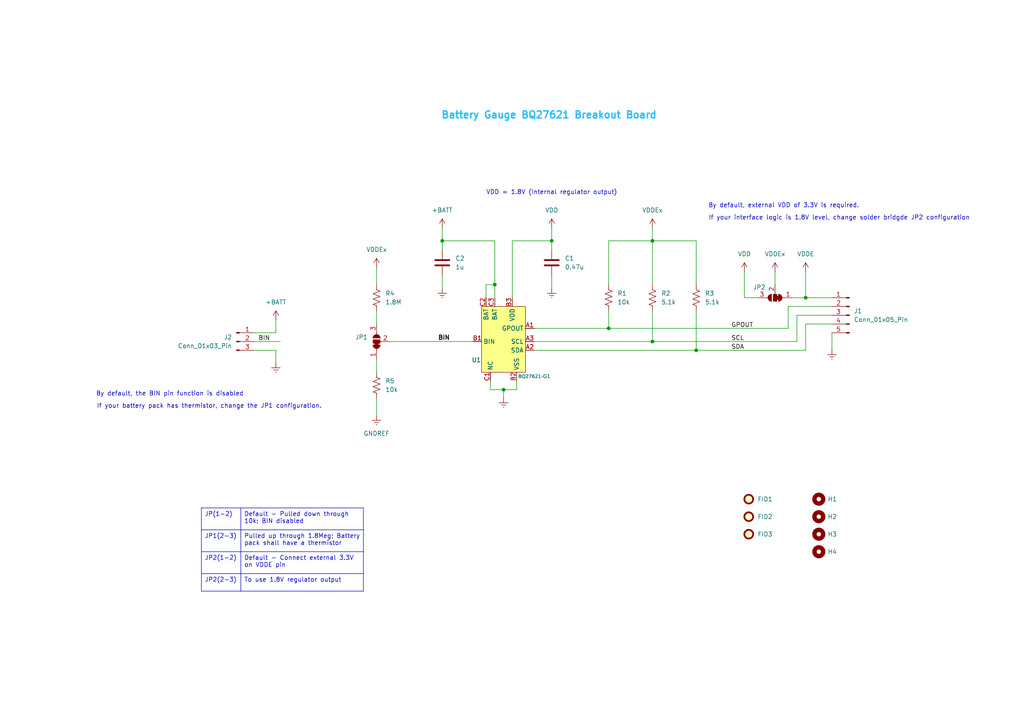
<source format=kicad_sch>
(kicad_sch
	(version 20250114)
	(generator "eeschema")
	(generator_version "9.0")
	(uuid "84a7278e-e014-4f5e-aaae-7ace508187f0")
	(paper "A4")
	(title_block
		(title "BQ27621-G1 Breakout Board")
		(date "2025-08-01")
		(rev "v1")
	)
	(lib_symbols
		(symbol "BOB_Library:bq27621-G1"
			(exclude_from_sim no)
			(in_bom yes)
			(on_board yes)
			(property "Reference" "U"
				(at -8.636 -10.668 0)
				(effects
					(font
						(size 1.27 1.27)
					)
				)
			)
			(property "Value" "BQ27621-G1"
				(at 0 -1.778 0)
				(effects
					(font
						(face "Segoe UI")
						(size 1.016 1.016)
					)
				)
			)
			(property "Footprint" "Package_BGA:Texas_DSBGA-9_1.62x1.58mm_Layout3x3_P0.5mm"
				(at 0 0 0)
				(effects
					(font
						(size 1.27 1.27)
					)
					(hide yes)
				)
			)
			(property "Datasheet" "https://shorturl.at/sL5hD"
				(at 0 0 0)
				(effects
					(font
						(size 1.27 1.27)
					)
					(hide yes)
				)
			)
			(property "Description" "IC BATT FUEL GAUGE LIION 9DSBGA"
				(at 0 0 0)
				(effects
					(font
						(size 1.27 1.27)
					)
					(hide yes)
				)
			)
			(property "MPN" "BQ27621YZFR-G1A"
				(at 0 0 0)
				(effects
					(font
						(size 1.27 1.27)
					)
					(hide yes)
				)
			)
			(property "Manufacturer" "Texas Instruments"
				(at 0 0 0)
				(effects
					(font
						(size 1.27 1.27)
					)
					(hide yes)
				)
			)
			(symbol "bq27621-G1_1_1"
				(rectangle
					(start -6.35 6.35)
					(end 6.35 -12.7)
					(stroke
						(width 0)
						(type solid)
					)
					(fill
						(type color)
						(color 252 255 137 1)
					)
				)
				(pin input line
					(at -8.89 -3.81 0)
					(length 2.54)
					(name "BIN"
						(effects
							(font
								(size 1.27 1.27)
							)
						)
					)
					(number "B1"
						(effects
							(font
								(size 1.27 1.27)
							)
						)
					)
				)
				(pin power_in line
					(at -5.08 8.89 270)
					(length 2.54)
					(name "BAT"
						(effects
							(font
								(size 1.27 1.27)
							)
						)
					)
					(number "C2"
						(effects
							(font
								(size 1.27 1.27)
							)
						)
					)
				)
				(pin power_out line
					(at -3.81 -15.24 90)
					(length 2.54)
					(name "NC"
						(effects
							(font
								(size 1.27 1.27)
							)
						)
					)
					(number "C1"
						(effects
							(font
								(size 1.27 1.27)
							)
						)
					)
				)
				(pin power_in line
					(at -2.54 8.89 270)
					(length 2.54)
					(name "BAT"
						(effects
							(font
								(size 1.27 1.27)
							)
						)
					)
					(number "C3"
						(effects
							(font
								(size 1.27 1.27)
							)
						)
					)
				)
				(pin power_out line
					(at 2.54 8.89 270)
					(length 2.54)
					(name "VDD"
						(effects
							(font
								(size 1.27 1.27)
							)
						)
					)
					(number "B3"
						(effects
							(font
								(size 1.27 1.27)
							)
						)
					)
				)
				(pin power_out line
					(at 3.81 -15.24 90)
					(length 2.54)
					(name "VSS"
						(effects
							(font
								(size 1.27 1.27)
							)
						)
					)
					(number "B2"
						(effects
							(font
								(size 1.27 1.27)
							)
						)
					)
				)
				(pin output line
					(at 8.89 0 180)
					(length 2.54)
					(name "GPOUT"
						(effects
							(font
								(size 1.27 1.27)
							)
						)
					)
					(number "A1"
						(effects
							(font
								(size 1.27 1.27)
							)
						)
					)
				)
				(pin bidirectional line
					(at 8.89 -3.81 180)
					(length 2.54)
					(name "SCL"
						(effects
							(font
								(size 1.27 1.27)
							)
						)
					)
					(number "A3"
						(effects
							(font
								(size 1.27 1.27)
							)
						)
					)
				)
				(pin bidirectional line
					(at 8.89 -6.35 180)
					(length 2.54)
					(name "SDA"
						(effects
							(font
								(size 1.27 1.27)
							)
						)
					)
					(number "A2"
						(effects
							(font
								(size 1.27 1.27)
							)
						)
					)
				)
			)
			(embedded_fonts no)
		)
		(symbol "Connector:Conn_01x03_Pin"
			(pin_names
				(offset 1.016)
				(hide yes)
			)
			(exclude_from_sim no)
			(in_bom yes)
			(on_board yes)
			(property "Reference" "J"
				(at 0 5.08 0)
				(effects
					(font
						(size 1.27 1.27)
					)
				)
			)
			(property "Value" "Conn_01x03_Pin"
				(at 0 -5.08 0)
				(effects
					(font
						(size 1.27 1.27)
					)
				)
			)
			(property "Footprint" ""
				(at 0 0 0)
				(effects
					(font
						(size 1.27 1.27)
					)
					(hide yes)
				)
			)
			(property "Datasheet" "~"
				(at 0 0 0)
				(effects
					(font
						(size 1.27 1.27)
					)
					(hide yes)
				)
			)
			(property "Description" "Generic connector, single row, 01x03, script generated"
				(at 0 0 0)
				(effects
					(font
						(size 1.27 1.27)
					)
					(hide yes)
				)
			)
			(property "ki_locked" ""
				(at 0 0 0)
				(effects
					(font
						(size 1.27 1.27)
					)
				)
			)
			(property "ki_keywords" "connector"
				(at 0 0 0)
				(effects
					(font
						(size 1.27 1.27)
					)
					(hide yes)
				)
			)
			(property "ki_fp_filters" "Connector*:*_1x??_*"
				(at 0 0 0)
				(effects
					(font
						(size 1.27 1.27)
					)
					(hide yes)
				)
			)
			(symbol "Conn_01x03_Pin_1_1"
				(rectangle
					(start 0.8636 2.667)
					(end 0 2.413)
					(stroke
						(width 0.1524)
						(type default)
					)
					(fill
						(type outline)
					)
				)
				(rectangle
					(start 0.8636 0.127)
					(end 0 -0.127)
					(stroke
						(width 0.1524)
						(type default)
					)
					(fill
						(type outline)
					)
				)
				(rectangle
					(start 0.8636 -2.413)
					(end 0 -2.667)
					(stroke
						(width 0.1524)
						(type default)
					)
					(fill
						(type outline)
					)
				)
				(polyline
					(pts
						(xy 1.27 2.54) (xy 0.8636 2.54)
					)
					(stroke
						(width 0.1524)
						(type default)
					)
					(fill
						(type none)
					)
				)
				(polyline
					(pts
						(xy 1.27 0) (xy 0.8636 0)
					)
					(stroke
						(width 0.1524)
						(type default)
					)
					(fill
						(type none)
					)
				)
				(polyline
					(pts
						(xy 1.27 -2.54) (xy 0.8636 -2.54)
					)
					(stroke
						(width 0.1524)
						(type default)
					)
					(fill
						(type none)
					)
				)
				(pin passive line
					(at 5.08 2.54 180)
					(length 3.81)
					(name "Pin_1"
						(effects
							(font
								(size 1.27 1.27)
							)
						)
					)
					(number "1"
						(effects
							(font
								(size 1.27 1.27)
							)
						)
					)
				)
				(pin passive line
					(at 5.08 0 180)
					(length 3.81)
					(name "Pin_2"
						(effects
							(font
								(size 1.27 1.27)
							)
						)
					)
					(number "2"
						(effects
							(font
								(size 1.27 1.27)
							)
						)
					)
				)
				(pin passive line
					(at 5.08 -2.54 180)
					(length 3.81)
					(name "Pin_3"
						(effects
							(font
								(size 1.27 1.27)
							)
						)
					)
					(number "3"
						(effects
							(font
								(size 1.27 1.27)
							)
						)
					)
				)
			)
			(embedded_fonts no)
		)
		(symbol "Connector:Conn_01x05_Pin"
			(pin_names
				(offset 1.016)
				(hide yes)
			)
			(exclude_from_sim no)
			(in_bom yes)
			(on_board yes)
			(property "Reference" "J"
				(at 0 7.62 0)
				(effects
					(font
						(size 1.27 1.27)
					)
				)
			)
			(property "Value" "Conn_01x05_Pin"
				(at 0 -7.62 0)
				(effects
					(font
						(size 1.27 1.27)
					)
				)
			)
			(property "Footprint" ""
				(at 0 0 0)
				(effects
					(font
						(size 1.27 1.27)
					)
					(hide yes)
				)
			)
			(property "Datasheet" "~"
				(at 0 0 0)
				(effects
					(font
						(size 1.27 1.27)
					)
					(hide yes)
				)
			)
			(property "Description" "Generic connector, single row, 01x05, script generated"
				(at 0 0 0)
				(effects
					(font
						(size 1.27 1.27)
					)
					(hide yes)
				)
			)
			(property "ki_locked" ""
				(at 0 0 0)
				(effects
					(font
						(size 1.27 1.27)
					)
				)
			)
			(property "ki_keywords" "connector"
				(at 0 0 0)
				(effects
					(font
						(size 1.27 1.27)
					)
					(hide yes)
				)
			)
			(property "ki_fp_filters" "Connector*:*_1x??_*"
				(at 0 0 0)
				(effects
					(font
						(size 1.27 1.27)
					)
					(hide yes)
				)
			)
			(symbol "Conn_01x05_Pin_1_1"
				(rectangle
					(start 0.8636 5.207)
					(end 0 4.953)
					(stroke
						(width 0.1524)
						(type default)
					)
					(fill
						(type outline)
					)
				)
				(rectangle
					(start 0.8636 2.667)
					(end 0 2.413)
					(stroke
						(width 0.1524)
						(type default)
					)
					(fill
						(type outline)
					)
				)
				(rectangle
					(start 0.8636 0.127)
					(end 0 -0.127)
					(stroke
						(width 0.1524)
						(type default)
					)
					(fill
						(type outline)
					)
				)
				(rectangle
					(start 0.8636 -2.413)
					(end 0 -2.667)
					(stroke
						(width 0.1524)
						(type default)
					)
					(fill
						(type outline)
					)
				)
				(rectangle
					(start 0.8636 -4.953)
					(end 0 -5.207)
					(stroke
						(width 0.1524)
						(type default)
					)
					(fill
						(type outline)
					)
				)
				(polyline
					(pts
						(xy 1.27 5.08) (xy 0.8636 5.08)
					)
					(stroke
						(width 0.1524)
						(type default)
					)
					(fill
						(type none)
					)
				)
				(polyline
					(pts
						(xy 1.27 2.54) (xy 0.8636 2.54)
					)
					(stroke
						(width 0.1524)
						(type default)
					)
					(fill
						(type none)
					)
				)
				(polyline
					(pts
						(xy 1.27 0) (xy 0.8636 0)
					)
					(stroke
						(width 0.1524)
						(type default)
					)
					(fill
						(type none)
					)
				)
				(polyline
					(pts
						(xy 1.27 -2.54) (xy 0.8636 -2.54)
					)
					(stroke
						(width 0.1524)
						(type default)
					)
					(fill
						(type none)
					)
				)
				(polyline
					(pts
						(xy 1.27 -5.08) (xy 0.8636 -5.08)
					)
					(stroke
						(width 0.1524)
						(type default)
					)
					(fill
						(type none)
					)
				)
				(pin passive line
					(at 5.08 5.08 180)
					(length 3.81)
					(name "Pin_1"
						(effects
							(font
								(size 1.27 1.27)
							)
						)
					)
					(number "1"
						(effects
							(font
								(size 1.27 1.27)
							)
						)
					)
				)
				(pin passive line
					(at 5.08 2.54 180)
					(length 3.81)
					(name "Pin_2"
						(effects
							(font
								(size 1.27 1.27)
							)
						)
					)
					(number "2"
						(effects
							(font
								(size 1.27 1.27)
							)
						)
					)
				)
				(pin passive line
					(at 5.08 0 180)
					(length 3.81)
					(name "Pin_3"
						(effects
							(font
								(size 1.27 1.27)
							)
						)
					)
					(number "3"
						(effects
							(font
								(size 1.27 1.27)
							)
						)
					)
				)
				(pin passive line
					(at 5.08 -2.54 180)
					(length 3.81)
					(name "Pin_4"
						(effects
							(font
								(size 1.27 1.27)
							)
						)
					)
					(number "4"
						(effects
							(font
								(size 1.27 1.27)
							)
						)
					)
				)
				(pin passive line
					(at 5.08 -5.08 180)
					(length 3.81)
					(name "Pin_5"
						(effects
							(font
								(size 1.27 1.27)
							)
						)
					)
					(number "5"
						(effects
							(font
								(size 1.27 1.27)
							)
						)
					)
				)
			)
			(embedded_fonts no)
		)
		(symbol "Device:C"
			(pin_numbers
				(hide yes)
			)
			(pin_names
				(offset 0.254)
			)
			(exclude_from_sim no)
			(in_bom yes)
			(on_board yes)
			(property "Reference" "C"
				(at 0.635 2.54 0)
				(effects
					(font
						(size 1.27 1.27)
					)
					(justify left)
				)
			)
			(property "Value" "C"
				(at 0.635 -2.54 0)
				(effects
					(font
						(size 1.27 1.27)
					)
					(justify left)
				)
			)
			(property "Footprint" ""
				(at 0.9652 -3.81 0)
				(effects
					(font
						(size 1.27 1.27)
					)
					(hide yes)
				)
			)
			(property "Datasheet" "~"
				(at 0 0 0)
				(effects
					(font
						(size 1.27 1.27)
					)
					(hide yes)
				)
			)
			(property "Description" "Unpolarized capacitor"
				(at 0 0 0)
				(effects
					(font
						(size 1.27 1.27)
					)
					(hide yes)
				)
			)
			(property "ki_keywords" "cap capacitor"
				(at 0 0 0)
				(effects
					(font
						(size 1.27 1.27)
					)
					(hide yes)
				)
			)
			(property "ki_fp_filters" "C_*"
				(at 0 0 0)
				(effects
					(font
						(size 1.27 1.27)
					)
					(hide yes)
				)
			)
			(symbol "C_0_1"
				(polyline
					(pts
						(xy -2.032 0.762) (xy 2.032 0.762)
					)
					(stroke
						(width 0.508)
						(type default)
					)
					(fill
						(type none)
					)
				)
				(polyline
					(pts
						(xy -2.032 -0.762) (xy 2.032 -0.762)
					)
					(stroke
						(width 0.508)
						(type default)
					)
					(fill
						(type none)
					)
				)
			)
			(symbol "C_1_1"
				(pin passive line
					(at 0 3.81 270)
					(length 2.794)
					(name "~"
						(effects
							(font
								(size 1.27 1.27)
							)
						)
					)
					(number "1"
						(effects
							(font
								(size 1.27 1.27)
							)
						)
					)
				)
				(pin passive line
					(at 0 -3.81 90)
					(length 2.794)
					(name "~"
						(effects
							(font
								(size 1.27 1.27)
							)
						)
					)
					(number "2"
						(effects
							(font
								(size 1.27 1.27)
							)
						)
					)
				)
			)
			(embedded_fonts no)
		)
		(symbol "Device:R_US"
			(pin_numbers
				(hide yes)
			)
			(pin_names
				(offset 0)
			)
			(exclude_from_sim no)
			(in_bom yes)
			(on_board yes)
			(property "Reference" "R"
				(at 2.54 0 90)
				(effects
					(font
						(size 1.27 1.27)
					)
				)
			)
			(property "Value" "R_US"
				(at -2.54 0 90)
				(effects
					(font
						(size 1.27 1.27)
					)
				)
			)
			(property "Footprint" ""
				(at 1.016 -0.254 90)
				(effects
					(font
						(size 1.27 1.27)
					)
					(hide yes)
				)
			)
			(property "Datasheet" "~"
				(at 0 0 0)
				(effects
					(font
						(size 1.27 1.27)
					)
					(hide yes)
				)
			)
			(property "Description" "Resistor, US symbol"
				(at 0 0 0)
				(effects
					(font
						(size 1.27 1.27)
					)
					(hide yes)
				)
			)
			(property "ki_keywords" "R res resistor"
				(at 0 0 0)
				(effects
					(font
						(size 1.27 1.27)
					)
					(hide yes)
				)
			)
			(property "ki_fp_filters" "R_*"
				(at 0 0 0)
				(effects
					(font
						(size 1.27 1.27)
					)
					(hide yes)
				)
			)
			(symbol "R_US_0_1"
				(polyline
					(pts
						(xy 0 2.286) (xy 0 2.54)
					)
					(stroke
						(width 0)
						(type default)
					)
					(fill
						(type none)
					)
				)
				(polyline
					(pts
						(xy 0 2.286) (xy 1.016 1.905) (xy 0 1.524) (xy -1.016 1.143) (xy 0 0.762)
					)
					(stroke
						(width 0)
						(type default)
					)
					(fill
						(type none)
					)
				)
				(polyline
					(pts
						(xy 0 0.762) (xy 1.016 0.381) (xy 0 0) (xy -1.016 -0.381) (xy 0 -0.762)
					)
					(stroke
						(width 0)
						(type default)
					)
					(fill
						(type none)
					)
				)
				(polyline
					(pts
						(xy 0 -0.762) (xy 1.016 -1.143) (xy 0 -1.524) (xy -1.016 -1.905) (xy 0 -2.286)
					)
					(stroke
						(width 0)
						(type default)
					)
					(fill
						(type none)
					)
				)
				(polyline
					(pts
						(xy 0 -2.286) (xy 0 -2.54)
					)
					(stroke
						(width 0)
						(type default)
					)
					(fill
						(type none)
					)
				)
			)
			(symbol "R_US_1_1"
				(pin passive line
					(at 0 3.81 270)
					(length 1.27)
					(name "~"
						(effects
							(font
								(size 1.27 1.27)
							)
						)
					)
					(number "1"
						(effects
							(font
								(size 1.27 1.27)
							)
						)
					)
				)
				(pin passive line
					(at 0 -3.81 90)
					(length 1.27)
					(name "~"
						(effects
							(font
								(size 1.27 1.27)
							)
						)
					)
					(number "2"
						(effects
							(font
								(size 1.27 1.27)
							)
						)
					)
				)
			)
			(embedded_fonts no)
		)
		(symbol "Jumper:SolderJumper_3_Bridged12"
			(pin_names
				(offset 0)
				(hide yes)
			)
			(exclude_from_sim no)
			(in_bom no)
			(on_board yes)
			(property "Reference" "JP"
				(at -2.54 -2.54 0)
				(effects
					(font
						(size 1.27 1.27)
					)
				)
			)
			(property "Value" "SolderJumper_3_Bridged12"
				(at 0 2.794 0)
				(effects
					(font
						(size 1.27 1.27)
					)
				)
			)
			(property "Footprint" ""
				(at 0 0 0)
				(effects
					(font
						(size 1.27 1.27)
					)
					(hide yes)
				)
			)
			(property "Datasheet" "~"
				(at 0 0 0)
				(effects
					(font
						(size 1.27 1.27)
					)
					(hide yes)
				)
			)
			(property "Description" "3-pole Solder Jumper, pins 1+2 closed/bridged"
				(at 0 0 0)
				(effects
					(font
						(size 1.27 1.27)
					)
					(hide yes)
				)
			)
			(property "ki_keywords" "Solder Jumper SPDT"
				(at 0 0 0)
				(effects
					(font
						(size 1.27 1.27)
					)
					(hide yes)
				)
			)
			(property "ki_fp_filters" "SolderJumper*Bridged12*"
				(at 0 0 0)
				(effects
					(font
						(size 1.27 1.27)
					)
					(hide yes)
				)
			)
			(symbol "SolderJumper_3_Bridged12_0_1"
				(polyline
					(pts
						(xy -2.54 0) (xy -2.032 0)
					)
					(stroke
						(width 0)
						(type default)
					)
					(fill
						(type none)
					)
				)
				(polyline
					(pts
						(xy -1.016 1.016) (xy -1.016 -1.016)
					)
					(stroke
						(width 0)
						(type default)
					)
					(fill
						(type none)
					)
				)
				(rectangle
					(start -1.016 0.508)
					(end -0.508 -0.508)
					(stroke
						(width 0)
						(type default)
					)
					(fill
						(type outline)
					)
				)
				(arc
					(start -1.016 -1.016)
					(mid -2.0276 0)
					(end -1.016 1.016)
					(stroke
						(width 0)
						(type default)
					)
					(fill
						(type none)
					)
				)
				(arc
					(start -1.016 -1.016)
					(mid -2.0276 0)
					(end -1.016 1.016)
					(stroke
						(width 0)
						(type default)
					)
					(fill
						(type outline)
					)
				)
				(rectangle
					(start -0.508 1.016)
					(end 0.508 -1.016)
					(stroke
						(width 0)
						(type default)
					)
					(fill
						(type outline)
					)
				)
				(polyline
					(pts
						(xy 0 -1.27) (xy 0 -1.016)
					)
					(stroke
						(width 0)
						(type default)
					)
					(fill
						(type none)
					)
				)
				(arc
					(start 1.016 1.016)
					(mid 2.0276 0)
					(end 1.016 -1.016)
					(stroke
						(width 0)
						(type default)
					)
					(fill
						(type none)
					)
				)
				(arc
					(start 1.016 1.016)
					(mid 2.0276 0)
					(end 1.016 -1.016)
					(stroke
						(width 0)
						(type default)
					)
					(fill
						(type outline)
					)
				)
				(polyline
					(pts
						(xy 1.016 1.016) (xy 1.016 -1.016)
					)
					(stroke
						(width 0)
						(type default)
					)
					(fill
						(type none)
					)
				)
				(polyline
					(pts
						(xy 2.54 0) (xy 2.032 0)
					)
					(stroke
						(width 0)
						(type default)
					)
					(fill
						(type none)
					)
				)
			)
			(symbol "SolderJumper_3_Bridged12_1_1"
				(pin passive line
					(at -5.08 0 0)
					(length 2.54)
					(name "A"
						(effects
							(font
								(size 1.27 1.27)
							)
						)
					)
					(number "1"
						(effects
							(font
								(size 1.27 1.27)
							)
						)
					)
				)
				(pin passive line
					(at 0 -3.81 90)
					(length 2.54)
					(name "C"
						(effects
							(font
								(size 1.27 1.27)
							)
						)
					)
					(number "2"
						(effects
							(font
								(size 1.27 1.27)
							)
						)
					)
				)
				(pin passive line
					(at 5.08 0 180)
					(length 2.54)
					(name "B"
						(effects
							(font
								(size 1.27 1.27)
							)
						)
					)
					(number "3"
						(effects
							(font
								(size 1.27 1.27)
							)
						)
					)
				)
			)
			(embedded_fonts no)
		)
		(symbol "Mechanical:Fiducial"
			(exclude_from_sim no)
			(in_bom no)
			(on_board yes)
			(property "Reference" "FID"
				(at 0 5.08 0)
				(effects
					(font
						(size 1.27 1.27)
					)
				)
			)
			(property "Value" "Fiducial"
				(at 0 3.175 0)
				(effects
					(font
						(size 1.27 1.27)
					)
				)
			)
			(property "Footprint" ""
				(at 0 0 0)
				(effects
					(font
						(size 1.27 1.27)
					)
					(hide yes)
				)
			)
			(property "Datasheet" "~"
				(at 0 0 0)
				(effects
					(font
						(size 1.27 1.27)
					)
					(hide yes)
				)
			)
			(property "Description" "Fiducial Marker"
				(at 0 0 0)
				(effects
					(font
						(size 1.27 1.27)
					)
					(hide yes)
				)
			)
			(property "ki_keywords" "fiducial marker"
				(at 0 0 0)
				(effects
					(font
						(size 1.27 1.27)
					)
					(hide yes)
				)
			)
			(property "ki_fp_filters" "Fiducial*"
				(at 0 0 0)
				(effects
					(font
						(size 1.27 1.27)
					)
					(hide yes)
				)
			)
			(symbol "Fiducial_0_1"
				(circle
					(center 0 0)
					(radius 1.27)
					(stroke
						(width 0.508)
						(type default)
					)
					(fill
						(type background)
					)
				)
			)
			(embedded_fonts no)
		)
		(symbol "Mechanical:MountingHole"
			(pin_names
				(offset 1.016)
			)
			(exclude_from_sim no)
			(in_bom no)
			(on_board yes)
			(property "Reference" "H"
				(at 0 5.08 0)
				(effects
					(font
						(size 1.27 1.27)
					)
				)
			)
			(property "Value" "MountingHole"
				(at 0 3.175 0)
				(effects
					(font
						(size 1.27 1.27)
					)
				)
			)
			(property "Footprint" ""
				(at 0 0 0)
				(effects
					(font
						(size 1.27 1.27)
					)
					(hide yes)
				)
			)
			(property "Datasheet" "~"
				(at 0 0 0)
				(effects
					(font
						(size 1.27 1.27)
					)
					(hide yes)
				)
			)
			(property "Description" "Mounting Hole without connection"
				(at 0 0 0)
				(effects
					(font
						(size 1.27 1.27)
					)
					(hide yes)
				)
			)
			(property "ki_keywords" "mounting hole"
				(at 0 0 0)
				(effects
					(font
						(size 1.27 1.27)
					)
					(hide yes)
				)
			)
			(property "ki_fp_filters" "MountingHole*"
				(at 0 0 0)
				(effects
					(font
						(size 1.27 1.27)
					)
					(hide yes)
				)
			)
			(symbol "MountingHole_0_1"
				(circle
					(center 0 0)
					(radius 1.27)
					(stroke
						(width 1.27)
						(type default)
					)
					(fill
						(type none)
					)
				)
			)
			(embedded_fonts no)
		)
		(symbol "power:+BATT"
			(power)
			(pin_numbers
				(hide yes)
			)
			(pin_names
				(offset 0)
				(hide yes)
			)
			(exclude_from_sim no)
			(in_bom yes)
			(on_board yes)
			(property "Reference" "#PWR"
				(at 0 -3.81 0)
				(effects
					(font
						(size 1.27 1.27)
					)
					(hide yes)
				)
			)
			(property "Value" "+BATT"
				(at 0 3.556 0)
				(effects
					(font
						(size 1.27 1.27)
					)
				)
			)
			(property "Footprint" ""
				(at 0 0 0)
				(effects
					(font
						(size 1.27 1.27)
					)
					(hide yes)
				)
			)
			(property "Datasheet" ""
				(at 0 0 0)
				(effects
					(font
						(size 1.27 1.27)
					)
					(hide yes)
				)
			)
			(property "Description" "Power symbol creates a global label with name \"+BATT\""
				(at 0 0 0)
				(effects
					(font
						(size 1.27 1.27)
					)
					(hide yes)
				)
			)
			(property "ki_keywords" "global power battery"
				(at 0 0 0)
				(effects
					(font
						(size 1.27 1.27)
					)
					(hide yes)
				)
			)
			(symbol "+BATT_0_1"
				(polyline
					(pts
						(xy -0.762 1.27) (xy 0 2.54)
					)
					(stroke
						(width 0)
						(type default)
					)
					(fill
						(type none)
					)
				)
				(polyline
					(pts
						(xy 0 2.54) (xy 0.762 1.27)
					)
					(stroke
						(width 0)
						(type default)
					)
					(fill
						(type none)
					)
				)
				(polyline
					(pts
						(xy 0 0) (xy 0 2.54)
					)
					(stroke
						(width 0)
						(type default)
					)
					(fill
						(type none)
					)
				)
			)
			(symbol "+BATT_1_1"
				(pin power_in line
					(at 0 0 90)
					(length 0)
					(name "~"
						(effects
							(font
								(size 1.27 1.27)
							)
						)
					)
					(number "1"
						(effects
							(font
								(size 1.27 1.27)
							)
						)
					)
				)
			)
			(embedded_fonts no)
		)
		(symbol "power:GNDREF"
			(power)
			(pin_numbers
				(hide yes)
			)
			(pin_names
				(offset 0)
				(hide yes)
			)
			(exclude_from_sim no)
			(in_bom yes)
			(on_board yes)
			(property "Reference" "#PWR"
				(at 0 -6.35 0)
				(effects
					(font
						(size 1.27 1.27)
					)
					(hide yes)
				)
			)
			(property "Value" "GNDREF"
				(at 0 -3.81 0)
				(effects
					(font
						(size 1.27 1.27)
					)
				)
			)
			(property "Footprint" ""
				(at 0 0 0)
				(effects
					(font
						(size 1.27 1.27)
					)
					(hide yes)
				)
			)
			(property "Datasheet" ""
				(at 0 0 0)
				(effects
					(font
						(size 1.27 1.27)
					)
					(hide yes)
				)
			)
			(property "Description" "Power symbol creates a global label with name \"GNDREF\" , reference supply ground"
				(at 0 0 0)
				(effects
					(font
						(size 1.27 1.27)
					)
					(hide yes)
				)
			)
			(property "ki_keywords" "global power"
				(at 0 0 0)
				(effects
					(font
						(size 1.27 1.27)
					)
					(hide yes)
				)
			)
			(symbol "GNDREF_0_1"
				(polyline
					(pts
						(xy -0.635 -1.905) (xy 0.635 -1.905)
					)
					(stroke
						(width 0)
						(type default)
					)
					(fill
						(type none)
					)
				)
				(polyline
					(pts
						(xy -0.127 -2.54) (xy 0.127 -2.54)
					)
					(stroke
						(width 0)
						(type default)
					)
					(fill
						(type none)
					)
				)
				(polyline
					(pts
						(xy 0 -1.27) (xy 0 0)
					)
					(stroke
						(width 0)
						(type default)
					)
					(fill
						(type none)
					)
				)
				(polyline
					(pts
						(xy 1.27 -1.27) (xy -1.27 -1.27)
					)
					(stroke
						(width 0)
						(type default)
					)
					(fill
						(type none)
					)
				)
			)
			(symbol "GNDREF_1_1"
				(pin power_in line
					(at 0 0 270)
					(length 0)
					(name "~"
						(effects
							(font
								(size 1.27 1.27)
							)
						)
					)
					(number "1"
						(effects
							(font
								(size 1.27 1.27)
							)
						)
					)
				)
			)
			(embedded_fonts no)
		)
		(symbol "power:VDD"
			(power)
			(pin_numbers
				(hide yes)
			)
			(pin_names
				(offset 0)
				(hide yes)
			)
			(exclude_from_sim no)
			(in_bom yes)
			(on_board yes)
			(property "Reference" "#PWR"
				(at 0 -3.81 0)
				(effects
					(font
						(size 1.27 1.27)
					)
					(hide yes)
				)
			)
			(property "Value" "VDD"
				(at 0 3.556 0)
				(effects
					(font
						(size 1.27 1.27)
					)
				)
			)
			(property "Footprint" ""
				(at 0 0 0)
				(effects
					(font
						(size 1.27 1.27)
					)
					(hide yes)
				)
			)
			(property "Datasheet" ""
				(at 0 0 0)
				(effects
					(font
						(size 1.27 1.27)
					)
					(hide yes)
				)
			)
			(property "Description" "Power symbol creates a global label with name \"VDD\""
				(at 0 0 0)
				(effects
					(font
						(size 1.27 1.27)
					)
					(hide yes)
				)
			)
			(property "ki_keywords" "global power"
				(at 0 0 0)
				(effects
					(font
						(size 1.27 1.27)
					)
					(hide yes)
				)
			)
			(symbol "VDD_0_1"
				(polyline
					(pts
						(xy -0.762 1.27) (xy 0 2.54)
					)
					(stroke
						(width 0)
						(type default)
					)
					(fill
						(type none)
					)
				)
				(polyline
					(pts
						(xy 0 2.54) (xy 0.762 1.27)
					)
					(stroke
						(width 0)
						(type default)
					)
					(fill
						(type none)
					)
				)
				(polyline
					(pts
						(xy 0 0) (xy 0 2.54)
					)
					(stroke
						(width 0)
						(type default)
					)
					(fill
						(type none)
					)
				)
			)
			(symbol "VDD_1_1"
				(pin power_in line
					(at 0 0 90)
					(length 0)
					(name "~"
						(effects
							(font
								(size 1.27 1.27)
							)
						)
					)
					(number "1"
						(effects
							(font
								(size 1.27 1.27)
							)
						)
					)
				)
			)
			(embedded_fonts no)
		)
		(symbol "power:VDDF"
			(power)
			(pin_numbers
				(hide yes)
			)
			(pin_names
				(offset 0)
				(hide yes)
			)
			(exclude_from_sim no)
			(in_bom yes)
			(on_board yes)
			(property "Reference" "#PWR"
				(at 0 -3.81 0)
				(effects
					(font
						(size 1.27 1.27)
					)
					(hide yes)
				)
			)
			(property "Value" "VDDF"
				(at 0 3.556 0)
				(effects
					(font
						(size 1.27 1.27)
					)
				)
			)
			(property "Footprint" ""
				(at 0 0 0)
				(effects
					(font
						(size 1.27 1.27)
					)
					(hide yes)
				)
			)
			(property "Datasheet" ""
				(at 0 0 0)
				(effects
					(font
						(size 1.27 1.27)
					)
					(hide yes)
				)
			)
			(property "Description" "Power symbol creates a global label with name \"VDDF\""
				(at 0 0 0)
				(effects
					(font
						(size 1.27 1.27)
					)
					(hide yes)
				)
			)
			(property "ki_keywords" "global power"
				(at 0 0 0)
				(effects
					(font
						(size 1.27 1.27)
					)
					(hide yes)
				)
			)
			(symbol "VDDF_0_1"
				(polyline
					(pts
						(xy -0.762 1.27) (xy 0 2.54)
					)
					(stroke
						(width 0)
						(type default)
					)
					(fill
						(type none)
					)
				)
				(polyline
					(pts
						(xy 0 2.54) (xy 0.762 1.27)
					)
					(stroke
						(width 0)
						(type default)
					)
					(fill
						(type none)
					)
				)
				(polyline
					(pts
						(xy 0 0) (xy 0 2.54)
					)
					(stroke
						(width 0)
						(type default)
					)
					(fill
						(type none)
					)
				)
			)
			(symbol "VDDF_1_1"
				(pin power_in line
					(at 0 0 90)
					(length 0)
					(name "~"
						(effects
							(font
								(size 1.27 1.27)
							)
						)
					)
					(number "1"
						(effects
							(font
								(size 1.27 1.27)
							)
						)
					)
				)
			)
			(embedded_fonts no)
		)
	)
	(text "If your battery pack has thermistor, change the JP1 configuration."
		(exclude_from_sim no)
		(at 60.706 117.856 0)
		(effects
			(font
				(size 1.27 1.27)
			)
		)
		(uuid "00369b35-8e34-4579-9d21-dbf46ac88437")
	)
	(text "By default, the BIN pin function is disabled"
		(exclude_from_sim no)
		(at 49.276 114.3 0)
		(effects
			(font
				(size 1.27 1.27)
			)
		)
		(uuid "20009fe1-ad57-4162-8740-d0078c87b936")
	)
	(text "VDD = 1.8V (Internal regulator output)"
		(exclude_from_sim no)
		(at 160.02 55.88 0)
		(effects
			(font
				(size 1.27 1.27)
			)
		)
		(uuid "447af6d6-a77e-4a85-8c83-16148ca9ec01")
	)
	(text "If your interface logic is 1.8V level, change solder bridgde JP2 configuration"
		(exclude_from_sim no)
		(at 205.486 63.246 0)
		(effects
			(font
				(size 1.27 1.27)
			)
			(justify left)
		)
		(uuid "46b8f413-a6c6-47f8-b90c-1156eb136d84")
	)
	(text "Battery Gauge BQ27621 Breakout Board"
		(exclude_from_sim no)
		(at 159.258 33.528 0)
		(effects
			(font
				(size 2.032 2.032)
				(thickness 0.4064)
				(bold yes)
				(color 33 187 255 1)
			)
		)
		(uuid "ae6bee45-d3e1-4c33-a4ee-e219b045ad46")
	)
	(text "By default, external VDD of 3.3V is required."
		(exclude_from_sim no)
		(at 227.33 59.69 0)
		(effects
			(font
				(size 1.27 1.27)
			)
		)
		(uuid "f27817aa-c800-4086-bf59-651c10357a7e")
	)
	(junction
		(at 160.02 69.85)
		(diameter 0)
		(color 0 0 0 0)
		(uuid "098cd178-7535-4efc-b119-2571e45b951e")
	)
	(junction
		(at 201.93 101.6)
		(diameter 0)
		(color 0 0 0 0)
		(uuid "1cd4f938-63e5-4ffb-b3d2-e5d6d34d98f3")
	)
	(junction
		(at 189.23 69.85)
		(diameter 0)
		(color 0 0 0 0)
		(uuid "2e238277-c0dc-4f58-b99c-fcc64d39ffe1")
	)
	(junction
		(at 128.27 69.85)
		(diameter 0)
		(color 0 0 0 0)
		(uuid "5e8ae9db-9beb-4c88-8452-8a77514bbc4e")
	)
	(junction
		(at 233.68 86.36)
		(diameter 0)
		(color 0 0 0 0)
		(uuid "66fb6a35-fc84-4630-b0dc-1d8ab29f0f39")
	)
	(junction
		(at 189.23 99.06)
		(diameter 0)
		(color 0 0 0 0)
		(uuid "72c993e0-581a-4c6a-81b8-da0921b7ad16")
	)
	(junction
		(at 143.51 82.55)
		(diameter 0)
		(color 0 0 0 0)
		(uuid "b40bb384-c2e2-4630-a52b-7d19cb1b6c8a")
	)
	(junction
		(at 176.53 95.25)
		(diameter 0)
		(color 0 0 0 0)
		(uuid "ceffd1b9-a6f4-463f-ac3f-b32b6283da77")
	)
	(junction
		(at 146.05 113.03)
		(diameter 0)
		(color 0 0 0 0)
		(uuid "d8a5d6cb-c99e-4d03-bd95-d02b888b4806")
	)
	(wire
		(pts
			(xy 148.59 69.85) (xy 148.59 86.36)
		)
		(stroke
			(width 0)
			(type default)
		)
		(uuid "00462116-4caa-40ae-b985-2698ebfd2af4")
	)
	(wire
		(pts
			(xy 176.53 95.25) (xy 228.6 95.25)
		)
		(stroke
			(width 0)
			(type default)
		)
		(uuid "0109d44b-5502-46a3-b1fb-151c0d5f553d")
	)
	(wire
		(pts
			(xy 128.27 69.85) (xy 143.51 69.85)
		)
		(stroke
			(width 0)
			(type default)
		)
		(uuid "0cfe8c67-b2d8-4609-a8e0-eb86228991fd")
	)
	(wire
		(pts
			(xy 215.9 78.74) (xy 215.9 86.36)
		)
		(stroke
			(width 0)
			(type default)
		)
		(uuid "0ebcb688-a85c-468a-b652-8be1afc85bf8")
	)
	(wire
		(pts
			(xy 233.68 101.6) (xy 233.68 93.98)
		)
		(stroke
			(width 0)
			(type default)
		)
		(uuid "0f65c33f-e136-4f5d-b7b0-91d8a35b830c")
	)
	(wire
		(pts
			(xy 142.24 113.03) (xy 142.24 110.49)
		)
		(stroke
			(width 0)
			(type default)
		)
		(uuid "12aded17-116d-4968-9d2b-ed4356143bb2")
	)
	(wire
		(pts
			(xy 201.93 69.85) (xy 201.93 82.55)
		)
		(stroke
			(width 0)
			(type default)
		)
		(uuid "13f0ff25-26fc-4ce1-ac29-a45dbc061568")
	)
	(wire
		(pts
			(xy 231.14 99.06) (xy 231.14 91.44)
		)
		(stroke
			(width 0)
			(type default)
		)
		(uuid "19d4eaa6-a7ad-4c73-8f05-8c388d8d5782")
	)
	(wire
		(pts
			(xy 201.93 101.6) (xy 233.68 101.6)
		)
		(stroke
			(width 0)
			(type default)
		)
		(uuid "1f283bb6-2f9f-42e2-883c-d5c75ba0c379")
	)
	(wire
		(pts
			(xy 160.02 69.85) (xy 160.02 72.39)
		)
		(stroke
			(width 0)
			(type default)
		)
		(uuid "22ddb451-8139-45f5-a587-19b53df5230c")
	)
	(wire
		(pts
			(xy 233.68 93.98) (xy 241.3 93.98)
		)
		(stroke
			(width 0)
			(type default)
		)
		(uuid "2b405214-dd91-4469-8db0-6f9d4894404d")
	)
	(wire
		(pts
			(xy 160.02 66.04) (xy 160.02 69.85)
		)
		(stroke
			(width 0)
			(type default)
		)
		(uuid "2d04cd27-31a5-4440-89b8-305ca860f9b0")
	)
	(wire
		(pts
			(xy 146.05 113.03) (xy 142.24 113.03)
		)
		(stroke
			(width 0)
			(type default)
		)
		(uuid "2ddce1eb-73d3-47ce-aa57-725108e244f1")
	)
	(wire
		(pts
			(xy 80.01 96.52) (xy 73.66 96.52)
		)
		(stroke
			(width 0)
			(type default)
		)
		(uuid "32271b62-09ba-4669-9d2b-a917ba7283a4")
	)
	(wire
		(pts
			(xy 233.68 86.36) (xy 229.87 86.36)
		)
		(stroke
			(width 0)
			(type default)
		)
		(uuid "35869438-2cc0-4109-96bf-684052f2de02")
	)
	(wire
		(pts
			(xy 176.53 90.17) (xy 176.53 95.25)
		)
		(stroke
			(width 0)
			(type default)
		)
		(uuid "3ce5404e-f7e7-49e3-b7d9-e2d372525398")
	)
	(wire
		(pts
			(xy 80.01 92.71) (xy 80.01 96.52)
		)
		(stroke
			(width 0)
			(type default)
		)
		(uuid "3ed8873b-6b84-4603-856b-bddd5eb091fc")
	)
	(wire
		(pts
			(xy 73.66 99.06) (xy 81.28 99.06)
		)
		(stroke
			(width 0)
			(type default)
		)
		(uuid "3f875777-057d-41f6-9d4e-09390525e001")
	)
	(wire
		(pts
			(xy 146.05 113.03) (xy 146.05 115.57)
		)
		(stroke
			(width 0)
			(type default)
		)
		(uuid "4262b2db-eb8d-49a2-87d9-64800140ab19")
	)
	(wire
		(pts
			(xy 143.51 82.55) (xy 143.51 86.36)
		)
		(stroke
			(width 0)
			(type default)
		)
		(uuid "4546a5f7-a697-4624-84e4-3f604e788310")
	)
	(wire
		(pts
			(xy 109.22 77.47) (xy 109.22 82.55)
		)
		(stroke
			(width 0)
			(type default)
		)
		(uuid "479a549c-8752-4ff7-97cd-879d776d90cb")
	)
	(wire
		(pts
			(xy 140.97 82.55) (xy 143.51 82.55)
		)
		(stroke
			(width 0)
			(type default)
		)
		(uuid "4a028ce5-cc1b-4173-8a14-26a504df88ff")
	)
	(wire
		(pts
			(xy 113.03 99.06) (xy 137.16 99.06)
		)
		(stroke
			(width 0)
			(type default)
		)
		(uuid "5195a58f-cc0d-4335-9849-7e3f6f59ae78")
	)
	(wire
		(pts
			(xy 176.53 69.85) (xy 176.53 82.55)
		)
		(stroke
			(width 0)
			(type default)
		)
		(uuid "51f465ce-845d-4a7b-8b84-9e5f174f08e3")
	)
	(wire
		(pts
			(xy 149.86 113.03) (xy 146.05 113.03)
		)
		(stroke
			(width 0)
			(type default)
		)
		(uuid "54f7aee3-d497-4287-85ad-2afd9b64eacb")
	)
	(wire
		(pts
			(xy 154.94 99.06) (xy 189.23 99.06)
		)
		(stroke
			(width 0)
			(type default)
		)
		(uuid "5550abc7-ddf2-45c2-9067-6d3075a3b457")
	)
	(wire
		(pts
			(xy 143.51 69.85) (xy 143.51 82.55)
		)
		(stroke
			(width 0)
			(type default)
		)
		(uuid "61ebd67d-8335-4008-87e8-59ad6e165353")
	)
	(wire
		(pts
			(xy 228.6 88.9) (xy 241.3 88.9)
		)
		(stroke
			(width 0)
			(type default)
		)
		(uuid "61fcb307-1db2-4e85-87fb-85cb98529751")
	)
	(wire
		(pts
			(xy 128.27 66.04) (xy 128.27 69.85)
		)
		(stroke
			(width 0)
			(type default)
		)
		(uuid "6657e1d5-e3cb-4a7e-8c18-6dc914785758")
	)
	(wire
		(pts
			(xy 233.68 86.36) (xy 241.3 86.36)
		)
		(stroke
			(width 0)
			(type default)
		)
		(uuid "71484e86-f273-4e72-a36e-5f8e369e3750")
	)
	(wire
		(pts
			(xy 233.68 78.74) (xy 233.68 86.36)
		)
		(stroke
			(width 0)
			(type default)
		)
		(uuid "79af8d8e-a31b-462c-a9ce-81f31213d997")
	)
	(wire
		(pts
			(xy 154.94 95.25) (xy 176.53 95.25)
		)
		(stroke
			(width 0)
			(type default)
		)
		(uuid "7bb8a631-a598-4dd1-b0c7-f797d213ee3f")
	)
	(wire
		(pts
			(xy 189.23 99.06) (xy 231.14 99.06)
		)
		(stroke
			(width 0)
			(type default)
		)
		(uuid "8303597a-efd2-497c-9361-3fbf5de04ec6")
	)
	(wire
		(pts
			(xy 189.23 66.04) (xy 189.23 69.85)
		)
		(stroke
			(width 0)
			(type default)
		)
		(uuid "8872afb9-42eb-46c8-8e55-55fe03e81562")
	)
	(wire
		(pts
			(xy 189.23 69.85) (xy 189.23 82.55)
		)
		(stroke
			(width 0)
			(type default)
		)
		(uuid "90d0d400-9d55-4cd8-b66f-f4af68935ce5")
	)
	(wire
		(pts
			(xy 201.93 90.17) (xy 201.93 101.6)
		)
		(stroke
			(width 0)
			(type default)
		)
		(uuid "914539e0-7f22-4767-b5de-d7297f31f446")
	)
	(wire
		(pts
			(xy 241.3 96.52) (xy 241.3 101.6)
		)
		(stroke
			(width 0)
			(type default)
		)
		(uuid "98856bca-6c04-4ab6-94aa-9a794da0e50c")
	)
	(wire
		(pts
			(xy 160.02 80.01) (xy 160.02 83.82)
		)
		(stroke
			(width 0)
			(type default)
		)
		(uuid "9c164e87-e8a1-427b-91b2-34990abf6329")
	)
	(wire
		(pts
			(xy 73.66 101.6) (xy 80.01 101.6)
		)
		(stroke
			(width 0)
			(type default)
		)
		(uuid "9ebb8b05-f9fe-406f-9130-7bbd96554f1e")
	)
	(wire
		(pts
			(xy 224.79 78.74) (xy 224.79 82.55)
		)
		(stroke
			(width 0)
			(type default)
		)
		(uuid "a4e040f9-8ff4-4e38-be37-b4ba40aa207f")
	)
	(wire
		(pts
			(xy 109.22 115.57) (xy 109.22 120.65)
		)
		(stroke
			(width 0)
			(type default)
		)
		(uuid "aae62a43-23cc-470c-8865-2ce755718a83")
	)
	(wire
		(pts
			(xy 80.01 101.6) (xy 80.01 105.41)
		)
		(stroke
			(width 0)
			(type default)
		)
		(uuid "c28eb3a6-2c79-4f70-b77a-02c929969352")
	)
	(wire
		(pts
			(xy 128.27 80.01) (xy 128.27 83.82)
		)
		(stroke
			(width 0)
			(type default)
		)
		(uuid "c60ede47-0f46-4539-afaa-94025f3d8b55")
	)
	(wire
		(pts
			(xy 189.23 69.85) (xy 176.53 69.85)
		)
		(stroke
			(width 0)
			(type default)
		)
		(uuid "c85e5879-a080-424e-8647-4ff85df5b3c8")
	)
	(wire
		(pts
			(xy 149.86 110.49) (xy 149.86 113.03)
		)
		(stroke
			(width 0)
			(type default)
		)
		(uuid "c8dab5bf-a589-421b-971e-512478cb51a7")
	)
	(wire
		(pts
			(xy 160.02 69.85) (xy 148.59 69.85)
		)
		(stroke
			(width 0)
			(type default)
		)
		(uuid "d467e39d-6c98-4684-9de8-a39de2fb93d4")
	)
	(wire
		(pts
			(xy 228.6 95.25) (xy 228.6 88.9)
		)
		(stroke
			(width 0)
			(type default)
		)
		(uuid "d8545bd5-ed16-4501-8a85-eb076f3ec053")
	)
	(wire
		(pts
			(xy 189.23 69.85) (xy 201.93 69.85)
		)
		(stroke
			(width 0)
			(type default)
		)
		(uuid "d933b34f-e7c3-4be7-9eaf-674699180e58")
	)
	(wire
		(pts
			(xy 154.94 101.6) (xy 201.93 101.6)
		)
		(stroke
			(width 0)
			(type default)
		)
		(uuid "dd2335ce-5703-401b-b7e9-ee8cf704ac80")
	)
	(wire
		(pts
			(xy 109.22 90.17) (xy 109.22 93.98)
		)
		(stroke
			(width 0)
			(type default)
		)
		(uuid "dd320b8e-6784-4561-afc0-e8e0d80e3a74")
	)
	(wire
		(pts
			(xy 109.22 104.14) (xy 109.22 107.95)
		)
		(stroke
			(width 0)
			(type default)
		)
		(uuid "e19a2f20-9296-4910-b47d-edac3b56b7e0")
	)
	(wire
		(pts
			(xy 231.14 91.44) (xy 241.3 91.44)
		)
		(stroke
			(width 0)
			(type default)
		)
		(uuid "e4463eb9-9ed4-4924-aa38-9b5518d688df")
	)
	(wire
		(pts
			(xy 128.27 69.85) (xy 128.27 72.39)
		)
		(stroke
			(width 0)
			(type default)
		)
		(uuid "eaef88c7-02a7-4782-9ee1-562edb068036")
	)
	(wire
		(pts
			(xy 189.23 90.17) (xy 189.23 99.06)
		)
		(stroke
			(width 0)
			(type default)
		)
		(uuid "f09309e1-cad7-464c-8542-b0acaf3a2b8b")
	)
	(wire
		(pts
			(xy 215.9 86.36) (xy 219.71 86.36)
		)
		(stroke
			(width 0)
			(type default)
		)
		(uuid "f283423c-f5c9-4c66-bfd9-f32c6b4b38b0")
	)
	(wire
		(pts
			(xy 140.97 86.36) (xy 140.97 82.55)
		)
		(stroke
			(width 0)
			(type default)
		)
		(uuid "f860ef38-e6c5-46d4-ac41-1c8c44f35947")
	)
	(table
		(column_count 2)
		(border
			(external yes)
			(header yes)
			(stroke
				(width 0)
				(type solid)
			)
		)
		(separators
			(rows yes)
			(cols yes)
			(stroke
				(width 0)
				(type solid)
			)
		)
		(column_widths 11.43 35.56)
		(row_heights 6.35 6.35 6.35 5.08)
		(cells
			(table_cell "JP(1-2)"
				(exclude_from_sim no)
				(at 58.42 147.32 0)
				(size 11.43 6.35)
				(margins 0.9525 0.9525 0.9525 0.9525)
				(span 1 1)
				(fill
					(type none)
				)
				(effects
					(font
						(size 1.27 1.27)
					)
					(justify left top)
				)
				(uuid "e6b950fc-d27b-499d-a4f3-dcc0532d1b59")
			)
			(table_cell "Default - Pulled down through 10k; BIN disabled"
				(exclude_from_sim no)
				(at 69.85 147.32 0)
				(size 35.56 6.35)
				(margins 0.9525 0.9525 0.9525 0.9525)
				(span 1 1)
				(fill
					(type none)
				)
				(effects
					(font
						(size 1.27 1.27)
					)
					(justify left top)
				)
				(uuid "9f383d7b-f5b3-4a69-8d05-84e381367762")
			)
			(table_cell "JP1(2-3)"
				(exclude_from_sim no)
				(at 58.42 153.67 0)
				(size 11.43 6.35)
				(margins 0.9525 0.9525 0.9525 0.9525)
				(span 1 1)
				(fill
					(type none)
				)
				(effects
					(font
						(size 1.27 1.27)
					)
					(justify left top)
				)
				(uuid "4fb5211c-568e-4339-a59e-fd2be39b39e5")
			)
			(table_cell "Pulled up through 1.8Meg; Battery pack shall have a thermistor"
				(exclude_from_sim no)
				(at 69.85 153.67 0)
				(size 35.56 6.35)
				(margins 0.9525 0.9525 0.9525 0.9525)
				(span 1 1)
				(fill
					(type none)
				)
				(effects
					(font
						(size 1.27 1.27)
					)
					(justify left top)
				)
				(uuid "8643a574-cfde-4098-9261-19d4d9e35a27")
			)
			(table_cell "JP2(1-2)"
				(exclude_from_sim no)
				(at 58.42 160.02 0)
				(size 11.43 6.35)
				(margins 0.9525 0.9525 0.9525 0.9525)
				(span 1 1)
				(fill
					(type none)
				)
				(effects
					(font
						(size 1.27 1.27)
					)
					(justify left top)
				)
				(uuid "7d6b952a-5a59-46fb-9c15-4715a927eddb")
			)
			(table_cell "Default - Connect external 3.3V on VDDE pin"
				(exclude_from_sim no)
				(at 69.85 160.02 0)
				(size 35.56 6.35)
				(margins 0.9525 0.9525 0.9525 0.9525)
				(span 1 1)
				(fill
					(type none)
				)
				(effects
					(font
						(size 1.27 1.27)
					)
					(justify left top)
				)
				(uuid "d5aeed9c-b25b-4b9a-af2f-adbeb1070f6e")
			)
			(table_cell "JP2(2-3)"
				(exclude_from_sim no)
				(at 58.42 166.37 0)
				(size 11.43 5.08)
				(margins 0.9525 0.9525 0.9525 0.9525)
				(span 1 1)
				(fill
					(type none)
				)
				(effects
					(font
						(size 1.27 1.27)
					)
					(justify left top)
				)
				(uuid "e76ae8a5-6f92-4a91-b414-c899e23465d4")
			)
			(table_cell "To use 1.8V regulator output"
				(exclude_from_sim no)
				(at 69.85 166.37 0)
				(size 35.56 5.08)
				(margins 0.9525 0.9525 0.9525 0.9525)
				(span 1 1)
				(fill
					(type none)
				)
				(effects
					(font
						(size 1.27 1.27)
					)
					(justify left top)
				)
				(uuid "5b7d46bc-4b9e-42eb-81a4-a2fbc57cf3bd")
			)
		)
	)
	(label "SCL"
		(at 212.09 99.06 0)
		(effects
			(font
				(size 1.27 1.27)
			)
			(justify left bottom)
		)
		(uuid "12c17477-1765-4ea7-adfb-15bfc78c7150")
	)
	(label "SDA"
		(at 212.09 101.6 0)
		(effects
			(font
				(size 1.27 1.27)
			)
			(justify left bottom)
		)
		(uuid "1b5e1dac-0792-4422-884a-1a7da7fbe84c")
	)
	(label "BIN"
		(at 74.93 99.06 0)
		(effects
			(font
				(size 1.27 1.27)
			)
			(justify left bottom)
		)
		(uuid "41d05225-3345-4211-8fbd-7a49ecd8e7c9")
	)
	(label "BIN"
		(at 127 99.06 0)
		(effects
			(font
				(size 1.27 1.27)
				(thickness 0.254)
				(bold yes)
			)
			(justify left bottom)
		)
		(uuid "a763771a-db59-4681-9357-085ecd72e9cf")
	)
	(label "GPOUT"
		(at 212.09 95.25 0)
		(effects
			(font
				(size 1.27 1.27)
			)
			(justify left bottom)
		)
		(uuid "c545a798-1009-417a-9a69-dd54383a2646")
	)
	(symbol
		(lib_id "Mechanical:MountingHole")
		(at 237.49 149.86 0)
		(unit 1)
		(exclude_from_sim no)
		(in_bom no)
		(on_board yes)
		(dnp no)
		(fields_autoplaced yes)
		(uuid "0008201b-5139-4db8-b2a9-f53c36ec95d8")
		(property "Reference" "H2"
			(at 240.03 149.8599 0)
			(effects
				(font
					(size 1.27 1.27)
				)
				(justify left)
			)
		)
		(property "Value" "MountingHole"
			(at 240.03 151.1299 0)
			(effects
				(font
					(size 1.27 1.27)
				)
				(justify left)
				(hide yes)
			)
		)
		(property "Footprint" "MountingHole:MountingHole_2.2mm_M2"
			(at 237.49 149.86 0)
			(effects
				(font
					(size 1.27 1.27)
				)
				(hide yes)
			)
		)
		(property "Datasheet" "~"
			(at 237.49 149.86 0)
			(effects
				(font
					(size 1.27 1.27)
				)
				(hide yes)
			)
		)
		(property "Description" "Mounting Hole without connection"
			(at 237.49 149.86 0)
			(effects
				(font
					(size 1.27 1.27)
				)
				(hide yes)
			)
		)
		(instances
			(project "BQ27621-G1_Breakout_Board_v1"
				(path "/84a7278e-e014-4f5e-aaae-7ace508187f0"
					(reference "H2")
					(unit 1)
				)
			)
		)
	)
	(symbol
		(lib_id "power:GNDREF")
		(at 146.05 115.57 0)
		(unit 1)
		(exclude_from_sim no)
		(in_bom yes)
		(on_board yes)
		(dnp no)
		(fields_autoplaced yes)
		(uuid "084ac233-309a-47dd-8d78-81e7fd03c01b")
		(property "Reference" "#PWR02"
			(at 146.05 121.92 0)
			(effects
				(font
					(size 1.27 1.27)
				)
				(hide yes)
			)
		)
		(property "Value" "GNDREF"
			(at 146.05 120.65 0)
			(effects
				(font
					(size 1.27 1.27)
				)
				(hide yes)
			)
		)
		(property "Footprint" ""
			(at 146.05 115.57 0)
			(effects
				(font
					(size 1.27 1.27)
				)
				(hide yes)
			)
		)
		(property "Datasheet" ""
			(at 146.05 115.57 0)
			(effects
				(font
					(size 1.27 1.27)
				)
				(hide yes)
			)
		)
		(property "Description" "Power symbol creates a global label with name \"GNDREF\" , reference supply ground"
			(at 146.05 115.57 0)
			(effects
				(font
					(size 1.27 1.27)
				)
				(hide yes)
			)
		)
		(pin "1"
			(uuid "8f1f914f-ca37-412c-9715-fd17099db4e7")
		)
		(instances
			(project ""
				(path "/84a7278e-e014-4f5e-aaae-7ace508187f0"
					(reference "#PWR02")
					(unit 1)
				)
			)
		)
	)
	(symbol
		(lib_id "Connector:Conn_01x05_Pin")
		(at 246.38 91.44 0)
		(mirror y)
		(unit 1)
		(exclude_from_sim no)
		(in_bom yes)
		(on_board yes)
		(dnp no)
		(fields_autoplaced yes)
		(uuid "228282d3-6367-488d-b53d-7491d0365b31")
		(property "Reference" "J1"
			(at 247.65 90.1699 0)
			(effects
				(font
					(size 1.27 1.27)
				)
				(justify right)
			)
		)
		(property "Value" "Conn_01x05_Pin"
			(at 247.65 92.7099 0)
			(effects
				(font
					(size 1.27 1.27)
				)
				(justify right)
			)
		)
		(property "Footprint" "Connector_PinHeader_2.54mm:PinHeader_1x05_P2.54mm_Vertical"
			(at 246.38 91.44 0)
			(effects
				(font
					(size 1.27 1.27)
				)
				(hide yes)
			)
		)
		(property "Datasheet" "https://www.we-online.com/components/products/datasheet/61300511121.pdf"
			(at 246.38 91.44 0)
			(effects
				(font
					(size 1.27 1.27)
				)
				(hide yes)
			)
		)
		(property "Description" "CONN HEADER VERT 5POS 2.54MM"
			(at 246.38 91.44 0)
			(effects
				(font
					(size 1.27 1.27)
				)
				(hide yes)
			)
		)
		(property "MPN" "61300511121"
			(at 246.38 91.44 0)
			(effects
				(font
					(size 1.27 1.27)
				)
				(hide yes)
			)
		)
		(property "Manufacturer" "Würth Elektronik"
			(at 246.38 91.44 0)
			(effects
				(font
					(size 1.27 1.27)
				)
				(hide yes)
			)
		)
		(pin "4"
			(uuid "2d862194-6fac-4523-bddc-60e308dfb021")
		)
		(pin "5"
			(uuid "6dbeef4f-0c56-4a34-a441-d66c10cf07c7")
		)
		(pin "3"
			(uuid "5afa5917-608e-4de2-bd7a-3eaa8b8f760b")
		)
		(pin "1"
			(uuid "28e0368d-3b6d-4266-be5f-b8ed143ff278")
		)
		(pin "2"
			(uuid "db83ac43-ef7e-4b88-bdc9-7b00348d3020")
		)
		(instances
			(project ""
				(path "/84a7278e-e014-4f5e-aaae-7ace508187f0"
					(reference "J1")
					(unit 1)
				)
			)
		)
	)
	(symbol
		(lib_id "power:+BATT")
		(at 128.27 66.04 0)
		(unit 1)
		(exclude_from_sim no)
		(in_bom yes)
		(on_board yes)
		(dnp no)
		(fields_autoplaced yes)
		(uuid "24e0fdc6-7579-404c-8f33-41c13bdd87f9")
		(property "Reference" "#PWR01"
			(at 128.27 69.85 0)
			(effects
				(font
					(size 1.27 1.27)
				)
				(hide yes)
			)
		)
		(property "Value" "+BATT"
			(at 128.27 60.96 0)
			(effects
				(font
					(size 1.27 1.27)
				)
			)
		)
		(property "Footprint" ""
			(at 128.27 66.04 0)
			(effects
				(font
					(size 1.27 1.27)
				)
				(hide yes)
			)
		)
		(property "Datasheet" ""
			(at 128.27 66.04 0)
			(effects
				(font
					(size 1.27 1.27)
				)
				(hide yes)
			)
		)
		(property "Description" "Power symbol creates a global label with name \"+BATT\""
			(at 128.27 66.04 0)
			(effects
				(font
					(size 1.27 1.27)
				)
				(hide yes)
			)
		)
		(pin "1"
			(uuid "e4f96d48-0794-4b2f-951c-74a17dfd6c40")
		)
		(instances
			(project ""
				(path "/84a7278e-e014-4f5e-aaae-7ace508187f0"
					(reference "#PWR01")
					(unit 1)
				)
			)
		)
	)
	(symbol
		(lib_id "Mechanical:MountingHole")
		(at 237.49 144.78 0)
		(unit 1)
		(exclude_from_sim no)
		(in_bom no)
		(on_board yes)
		(dnp no)
		(fields_autoplaced yes)
		(uuid "316c9f55-ac3e-4f55-999f-c93303dbe658")
		(property "Reference" "H1"
			(at 240.03 144.7799 0)
			(effects
				(font
					(size 1.27 1.27)
				)
				(justify left)
			)
		)
		(property "Value" "MountingHole"
			(at 240.03 146.0499 0)
			(effects
				(font
					(size 1.27 1.27)
				)
				(justify left)
				(hide yes)
			)
		)
		(property "Footprint" "MountingHole:MountingHole_2.2mm_M2"
			(at 237.49 144.78 0)
			(effects
				(font
					(size 1.27 1.27)
				)
				(hide yes)
			)
		)
		(property "Datasheet" "~"
			(at 237.49 144.78 0)
			(effects
				(font
					(size 1.27 1.27)
				)
				(hide yes)
			)
		)
		(property "Description" "Mounting Hole without connection"
			(at 237.49 144.78 0)
			(effects
				(font
					(size 1.27 1.27)
				)
				(hide yes)
			)
		)
		(instances
			(project ""
				(path "/84a7278e-e014-4f5e-aaae-7ace508187f0"
					(reference "H1")
					(unit 1)
				)
			)
		)
	)
	(symbol
		(lib_id "BOB_Library:bq27621-G1")
		(at 146.05 95.25 0)
		(unit 1)
		(exclude_from_sim no)
		(in_bom yes)
		(on_board yes)
		(dnp no)
		(uuid "343f9cc0-5bc0-41e8-bd45-d99c28a86c2a")
		(property "Reference" "U1"
			(at 138.176 104.394 0)
			(effects
				(font
					(size 1.27 1.27)
				)
			)
		)
		(property "Value" "BQ27621-G1"
			(at 154.94 109.22 0)
			(effects
				(font
					(face "Segoe UI")
					(size 1.016 1.016)
				)
			)
		)
		(property "Footprint" "Package_BGA:Texas_DSBGA-9_1.62x1.58mm_Layout3x3_P0.5mm"
			(at 146.05 95.25 0)
			(effects
				(font
					(size 1.27 1.27)
				)
				(hide yes)
			)
		)
		(property "Datasheet" "https://shorturl.at/sL5hD"
			(at 146.05 95.25 0)
			(effects
				(font
					(size 1.27 1.27)
				)
				(hide yes)
			)
		)
		(property "Description" "IC BATT FUEL GAUGE LIION 9DSBGA"
			(at 146.05 95.25 0)
			(effects
				(font
					(size 1.27 1.27)
				)
				(hide yes)
			)
		)
		(property "MPN" "BQ27621YZFR-G1A"
			(at 146.05 95.25 0)
			(effects
				(font
					(size 1.27 1.27)
				)
				(hide yes)
			)
		)
		(property "Manufacturer" "Texas Instruments"
			(at 146.05 95.25 0)
			(effects
				(font
					(size 1.27 1.27)
				)
				(hide yes)
			)
		)
		(pin "B3"
			(uuid "a4c2bc17-2aed-46f8-8c6d-de89fbb259c7")
		)
		(pin "A1"
			(uuid "ae00e833-a00f-4fa8-bc36-c1bcf933d5f9")
		)
		(pin "A2"
			(uuid "fd168c44-0f3c-42b4-985c-cddc8cdd48cc")
		)
		(pin "B1"
			(uuid "b22e1eb6-9d51-4ac0-ae34-5131cfe94afc")
		)
		(pin "A3"
			(uuid "5d95cc8e-83f5-4f14-a8f2-5073673e2674")
		)
		(pin "B2"
			(uuid "a84e83ee-3099-4407-bcdc-6f0842b066b9")
		)
		(pin "C3"
			(uuid "7d0481d4-3a29-4597-b29d-c0853dc9dade")
		)
		(pin "C2"
			(uuid "3b6d4837-76fb-43a8-bdb4-322168407e24")
		)
		(pin "C1"
			(uuid "93f8b67c-0b01-4473-a217-16f656a48cd0")
		)
		(instances
			(project ""
				(path "/84a7278e-e014-4f5e-aaae-7ace508187f0"
					(reference "U1")
					(unit 1)
				)
			)
		)
	)
	(symbol
		(lib_id "power:GNDREF")
		(at 80.01 105.41 0)
		(unit 1)
		(exclude_from_sim no)
		(in_bom yes)
		(on_board yes)
		(dnp no)
		(fields_autoplaced yes)
		(uuid "3990773a-3fca-4ddc-b90b-9a8c3d3acbc9")
		(property "Reference" "#PWR06"
			(at 80.01 111.76 0)
			(effects
				(font
					(size 1.27 1.27)
				)
				(hide yes)
			)
		)
		(property "Value" "GNDREF"
			(at 80.01 110.49 0)
			(effects
				(font
					(size 1.27 1.27)
				)
				(hide yes)
			)
		)
		(property "Footprint" ""
			(at 80.01 105.41 0)
			(effects
				(font
					(size 1.27 1.27)
				)
				(hide yes)
			)
		)
		(property "Datasheet" ""
			(at 80.01 105.41 0)
			(effects
				(font
					(size 1.27 1.27)
				)
				(hide yes)
			)
		)
		(property "Description" "Power symbol creates a global label with name \"GNDREF\" , reference supply ground"
			(at 80.01 105.41 0)
			(effects
				(font
					(size 1.27 1.27)
				)
				(hide yes)
			)
		)
		(pin "1"
			(uuid "602a46d8-7ec5-45c9-a5b2-c8aba96d81e3")
		)
		(instances
			(project "BQ27621-G1_Breakout_Board_v1"
				(path "/84a7278e-e014-4f5e-aaae-7ace508187f0"
					(reference "#PWR06")
					(unit 1)
				)
			)
		)
	)
	(symbol
		(lib_id "power:VDD")
		(at 224.79 78.74 0)
		(unit 1)
		(exclude_from_sim no)
		(in_bom yes)
		(on_board yes)
		(dnp no)
		(fields_autoplaced yes)
		(uuid "444ecba9-87fc-4f45-b9be-835ce415d67b")
		(property "Reference" "#PWR011"
			(at 224.79 82.55 0)
			(effects
				(font
					(size 1.27 1.27)
				)
				(hide yes)
			)
		)
		(property "Value" "VDDEx"
			(at 224.79 73.66 0)
			(effects
				(font
					(size 1.27 1.27)
				)
			)
		)
		(property "Footprint" ""
			(at 224.79 78.74 0)
			(effects
				(font
					(size 1.27 1.27)
				)
				(hide yes)
			)
		)
		(property "Datasheet" ""
			(at 224.79 78.74 0)
			(effects
				(font
					(size 1.27 1.27)
				)
				(hide yes)
			)
		)
		(property "Description" "Power symbol creates a global label with name \"VDD\""
			(at 224.79 78.74 0)
			(effects
				(font
					(size 1.27 1.27)
				)
				(hide yes)
			)
		)
		(pin "1"
			(uuid "be4beec1-169e-41de-b855-58dbea02c988")
		)
		(instances
			(project "BQ27621-G1_Breakout_Board_v1"
				(path "/84a7278e-e014-4f5e-aaae-7ace508187f0"
					(reference "#PWR011")
					(unit 1)
				)
			)
		)
	)
	(symbol
		(lib_id "Mechanical:Fiducial")
		(at 217.17 144.78 0)
		(unit 1)
		(exclude_from_sim no)
		(in_bom no)
		(on_board yes)
		(dnp no)
		(fields_autoplaced yes)
		(uuid "5a2b84e2-0098-44dd-b566-65a243cb7ea9")
		(property "Reference" "FID1"
			(at 219.71 144.7799 0)
			(effects
				(font
					(size 1.27 1.27)
				)
				(justify left)
			)
		)
		(property "Value" "Fiducial"
			(at 219.71 146.0499 0)
			(effects
				(font
					(size 1.27 1.27)
				)
				(justify left)
				(hide yes)
			)
		)
		(property "Footprint" "Fiducial:Fiducial_0.5mm_Mask1mm"
			(at 217.17 144.78 0)
			(effects
				(font
					(size 1.27 1.27)
				)
				(hide yes)
			)
		)
		(property "Datasheet" "~"
			(at 217.17 144.78 0)
			(effects
				(font
					(size 1.27 1.27)
				)
				(hide yes)
			)
		)
		(property "Description" "Fiducial Marker"
			(at 217.17 144.78 0)
			(effects
				(font
					(size 1.27 1.27)
				)
				(hide yes)
			)
		)
		(instances
			(project ""
				(path "/84a7278e-e014-4f5e-aaae-7ace508187f0"
					(reference "FID1")
					(unit 1)
				)
			)
		)
	)
	(symbol
		(lib_id "power:VDD")
		(at 109.22 77.47 0)
		(unit 1)
		(exclude_from_sim no)
		(in_bom yes)
		(on_board yes)
		(dnp no)
		(fields_autoplaced yes)
		(uuid "5c6d6b54-ced2-4a3b-ba8d-cf53923c5616")
		(property "Reference" "#PWR013"
			(at 109.22 81.28 0)
			(effects
				(font
					(size 1.27 1.27)
				)
				(hide yes)
			)
		)
		(property "Value" "VDDEx"
			(at 109.22 72.39 0)
			(effects
				(font
					(size 1.27 1.27)
				)
			)
		)
		(property "Footprint" ""
			(at 109.22 77.47 0)
			(effects
				(font
					(size 1.27 1.27)
				)
				(hide yes)
			)
		)
		(property "Datasheet" ""
			(at 109.22 77.47 0)
			(effects
				(font
					(size 1.27 1.27)
				)
				(hide yes)
			)
		)
		(property "Description" "Power symbol creates a global label with name \"VDD\""
			(at 109.22 77.47 0)
			(effects
				(font
					(size 1.27 1.27)
				)
				(hide yes)
			)
		)
		(pin "1"
			(uuid "4d390017-6a25-4c36-afe3-d8d08f75208f")
		)
		(instances
			(project "BQ27621-G1_Breakout_Board_v1"
				(path "/84a7278e-e014-4f5e-aaae-7ace508187f0"
					(reference "#PWR013")
					(unit 1)
				)
			)
		)
	)
	(symbol
		(lib_id "Jumper:SolderJumper_3_Bridged12")
		(at 224.79 86.36 180)
		(unit 1)
		(exclude_from_sim no)
		(in_bom no)
		(on_board yes)
		(dnp no)
		(uuid "5e077daf-477f-4655-af67-99b0ae1f192c")
		(property "Reference" "JP2"
			(at 220.218 83.312 0)
			(effects
				(font
					(size 1.27 1.27)
				)
			)
		)
		(property "Value" "SolderJumper_3_Bridged12"
			(at 220.472 89.662 0)
			(effects
				(font
					(size 1.27 1.27)
				)
				(hide yes)
			)
		)
		(property "Footprint" "Jumper:SolderJumper-3_P1.3mm_Bridged12_Pad1.0x1.5mm"
			(at 224.79 86.36 0)
			(effects
				(font
					(size 1.27 1.27)
				)
				(hide yes)
			)
		)
		(property "Datasheet" "~"
			(at 224.79 86.36 0)
			(effects
				(font
					(size 1.27 1.27)
				)
				(hide yes)
			)
		)
		(property "Description" "3-pole Solder Jumper, pins 1+2 closed/bridged"
			(at 224.79 86.36 0)
			(effects
				(font
					(size 1.27 1.27)
				)
				(hide yes)
			)
		)
		(pin "3"
			(uuid "69fcbd6f-3331-446e-82b6-d39da1500afd")
		)
		(pin "1"
			(uuid "241a48d1-ba21-4e1c-b367-49db0adfe383")
		)
		(pin "2"
			(uuid "d79b13ba-b057-4402-a398-3e4728d0df88")
		)
		(instances
			(project "BQ27621-G1_Breakout_Board_v1"
				(path "/84a7278e-e014-4f5e-aaae-7ace508187f0"
					(reference "JP2")
					(unit 1)
				)
			)
		)
	)
	(symbol
		(lib_id "Device:C")
		(at 160.02 76.2 0)
		(unit 1)
		(exclude_from_sim no)
		(in_bom yes)
		(on_board yes)
		(dnp no)
		(fields_autoplaced yes)
		(uuid "60979ac8-bb76-43f4-8d35-e491f9e8289a")
		(property "Reference" "C1"
			(at 163.83 74.9299 0)
			(effects
				(font
					(size 1.27 1.27)
				)
				(justify left)
			)
		)
		(property "Value" "0.47u"
			(at 163.83 77.4699 0)
			(effects
				(font
					(size 1.27 1.27)
				)
				(justify left)
			)
		)
		(property "Footprint" "Capacitor_SMD:C_0603_1608Metric_Pad1.08x0.95mm_HandSolder"
			(at 160.9852 80.01 0)
			(effects
				(font
					(size 1.27 1.27)
				)
				(hide yes)
			)
		)
		(property "Datasheet" "~"
			(at 160.02 76.2 0)
			(effects
				(font
					(size 1.27 1.27)
				)
				(hide yes)
			)
		)
		(property "Description" "CAP CER 0.47UF 50V X7R 0603"
			(at 160.02 76.2 0)
			(effects
				(font
					(size 1.27 1.27)
				)
				(hide yes)
			)
		)
		(property "MPN" "UMK107B7474KA-TR"
			(at 160.02 76.2 0)
			(effects
				(font
					(size 1.27 1.27)
				)
				(hide yes)
			)
		)
		(property "Manufacturer" "Taiyo Yuden"
			(at 160.02 76.2 0)
			(effects
				(font
					(size 1.27 1.27)
				)
				(hide yes)
			)
		)
		(pin "1"
			(uuid "33c35dac-3fba-4cb7-9d05-15656c62645f")
		)
		(pin "2"
			(uuid "6555954c-5696-4255-9f54-0b62a7b0718a")
		)
		(instances
			(project ""
				(path "/84a7278e-e014-4f5e-aaae-7ace508187f0"
					(reference "C1")
					(unit 1)
				)
			)
		)
	)
	(symbol
		(lib_id "Mechanical:MountingHole")
		(at 237.49 160.02 0)
		(unit 1)
		(exclude_from_sim no)
		(in_bom no)
		(on_board yes)
		(dnp no)
		(fields_autoplaced yes)
		(uuid "6656d7fc-f049-4f92-9417-42949de9977a")
		(property "Reference" "H4"
			(at 240.03 160.0199 0)
			(effects
				(font
					(size 1.27 1.27)
				)
				(justify left)
			)
		)
		(property "Value" "MountingHole"
			(at 240.03 161.2899 0)
			(effects
				(font
					(size 1.27 1.27)
				)
				(justify left)
				(hide yes)
			)
		)
		(property "Footprint" "MountingHole:MountingHole_2.2mm_M2"
			(at 237.49 160.02 0)
			(effects
				(font
					(size 1.27 1.27)
				)
				(hide yes)
			)
		)
		(property "Datasheet" "~"
			(at 237.49 160.02 0)
			(effects
				(font
					(size 1.27 1.27)
				)
				(hide yes)
			)
		)
		(property "Description" "Mounting Hole without connection"
			(at 237.49 160.02 0)
			(effects
				(font
					(size 1.27 1.27)
				)
				(hide yes)
			)
		)
		(instances
			(project "BQ27621-G1_Breakout_Board_v1"
				(path "/84a7278e-e014-4f5e-aaae-7ace508187f0"
					(reference "H4")
					(unit 1)
				)
			)
		)
	)
	(symbol
		(lib_id "power:+BATT")
		(at 80.01 92.71 0)
		(unit 1)
		(exclude_from_sim no)
		(in_bom yes)
		(on_board yes)
		(dnp no)
		(fields_autoplaced yes)
		(uuid "71d05c01-2352-451e-a83a-7ea8b050fd2f")
		(property "Reference" "#PWR014"
			(at 80.01 96.52 0)
			(effects
				(font
					(size 1.27 1.27)
				)
				(hide yes)
			)
		)
		(property "Value" "+BATT"
			(at 80.01 87.63 0)
			(effects
				(font
					(size 1.27 1.27)
				)
			)
		)
		(property "Footprint" ""
			(at 80.01 92.71 0)
			(effects
				(font
					(size 1.27 1.27)
				)
				(hide yes)
			)
		)
		(property "Datasheet" ""
			(at 80.01 92.71 0)
			(effects
				(font
					(size 1.27 1.27)
				)
				(hide yes)
			)
		)
		(property "Description" "Power symbol creates a global label with name \"+BATT\""
			(at 80.01 92.71 0)
			(effects
				(font
					(size 1.27 1.27)
				)
				(hide yes)
			)
		)
		(pin "1"
			(uuid "089f6678-e4e7-425d-8450-e31759338719")
		)
		(instances
			(project "BQ27621-G1_Breakout_Board_v1"
				(path "/84a7278e-e014-4f5e-aaae-7ace508187f0"
					(reference "#PWR014")
					(unit 1)
				)
			)
		)
	)
	(symbol
		(lib_id "power:GNDREF")
		(at 109.22 120.65 0)
		(unit 1)
		(exclude_from_sim no)
		(in_bom yes)
		(on_board yes)
		(dnp no)
		(fields_autoplaced yes)
		(uuid "7816f642-03f0-4390-92e0-6006ed58a757")
		(property "Reference" "#PWR05"
			(at 109.22 127 0)
			(effects
				(font
					(size 1.27 1.27)
				)
				(hide yes)
			)
		)
		(property "Value" "GNDREF"
			(at 109.22 125.73 0)
			(effects
				(font
					(size 1.27 1.27)
				)
			)
		)
		(property "Footprint" ""
			(at 109.22 120.65 0)
			(effects
				(font
					(size 1.27 1.27)
				)
				(hide yes)
			)
		)
		(property "Datasheet" ""
			(at 109.22 120.65 0)
			(effects
				(font
					(size 1.27 1.27)
				)
				(hide yes)
			)
		)
		(property "Description" "Power symbol creates a global label with name \"GNDREF\" , reference supply ground"
			(at 109.22 120.65 0)
			(effects
				(font
					(size 1.27 1.27)
				)
				(hide yes)
			)
		)
		(pin "1"
			(uuid "810910ab-1f5a-48e0-93da-6d8ec234f7d9")
		)
		(instances
			(project "BQ27621-G1_Breakout_Board_v1"
				(path "/84a7278e-e014-4f5e-aaae-7ace508187f0"
					(reference "#PWR05")
					(unit 1)
				)
			)
		)
	)
	(symbol
		(lib_id "Device:R_US")
		(at 109.22 111.76 0)
		(unit 1)
		(exclude_from_sim no)
		(in_bom yes)
		(on_board yes)
		(dnp no)
		(fields_autoplaced yes)
		(uuid "7c9327b5-47ee-46a7-a28b-10d39c5bbd55")
		(property "Reference" "R5"
			(at 111.76 110.4899 0)
			(effects
				(font
					(size 1.27 1.27)
				)
				(justify left)
			)
		)
		(property "Value" "10k"
			(at 111.76 113.0299 0)
			(effects
				(font
					(size 1.27 1.27)
				)
				(justify left)
			)
		)
		(property "Footprint" "Resistor_SMD:R_0603_1608Metric_Pad0.98x0.95mm_HandSolder"
			(at 110.236 112.014 90)
			(effects
				(font
					(size 1.27 1.27)
				)
				(hide yes)
			)
		)
		(property "Datasheet" "~"
			(at 109.22 111.76 0)
			(effects
				(font
					(size 1.27 1.27)
				)
				(hide yes)
			)
		)
		(property "Description" "RES 10K OHM 1% 1/10W 0603"
			(at 109.22 111.76 0)
			(effects
				(font
					(size 1.27 1.27)
				)
				(hide yes)
			)
		)
		(property "MPN" "RMCF0603FT10K0"
			(at 109.22 111.76 0)
			(effects
				(font
					(size 1.27 1.27)
				)
				(hide yes)
			)
		)
		(property "Manufacturer" "Stackpole Electronics Inc"
			(at 109.22 111.76 0)
			(effects
				(font
					(size 1.27 1.27)
				)
				(hide yes)
			)
		)
		(pin "1"
			(uuid "54ccc59c-509b-4623-ad6e-c6f595dcf8ea")
		)
		(pin "2"
			(uuid "68f14d7d-8f31-417e-bdd5-9346c3e03cb9")
		)
		(instances
			(project "BQ27621-G1_Breakout_Board_v1"
				(path "/84a7278e-e014-4f5e-aaae-7ace508187f0"
					(reference "R5")
					(unit 1)
				)
			)
		)
	)
	(symbol
		(lib_id "power:VDD")
		(at 189.23 66.04 0)
		(unit 1)
		(exclude_from_sim no)
		(in_bom yes)
		(on_board yes)
		(dnp no)
		(fields_autoplaced yes)
		(uuid "8bc2210b-cada-468b-b9cf-fc9cf3713862")
		(property "Reference" "#PWR012"
			(at 189.23 69.85 0)
			(effects
				(font
					(size 1.27 1.27)
				)
				(hide yes)
			)
		)
		(property "Value" "VDDEx"
			(at 189.23 60.96 0)
			(effects
				(font
					(size 1.27 1.27)
				)
			)
		)
		(property "Footprint" ""
			(at 189.23 66.04 0)
			(effects
				(font
					(size 1.27 1.27)
				)
				(hide yes)
			)
		)
		(property "Datasheet" ""
			(at 189.23 66.04 0)
			(effects
				(font
					(size 1.27 1.27)
				)
				(hide yes)
			)
		)
		(property "Description" "Power symbol creates a global label with name \"VDD\""
			(at 189.23 66.04 0)
			(effects
				(font
					(size 1.27 1.27)
				)
				(hide yes)
			)
		)
		(pin "1"
			(uuid "67068723-62c3-4060-bb2d-8ccc195ece65")
		)
		(instances
			(project "BQ27621-G1_Breakout_Board_v1"
				(path "/84a7278e-e014-4f5e-aaae-7ace508187f0"
					(reference "#PWR012")
					(unit 1)
				)
			)
		)
	)
	(symbol
		(lib_id "Mechanical:Fiducial")
		(at 217.17 149.86 0)
		(unit 1)
		(exclude_from_sim no)
		(in_bom no)
		(on_board yes)
		(dnp no)
		(fields_autoplaced yes)
		(uuid "91f4a984-8acf-45f2-b177-d242118aff62")
		(property "Reference" "FID2"
			(at 219.71 149.8599 0)
			(effects
				(font
					(size 1.27 1.27)
				)
				(justify left)
			)
		)
		(property "Value" "Fiducial"
			(at 219.71 151.1299 0)
			(effects
				(font
					(size 1.27 1.27)
				)
				(justify left)
				(hide yes)
			)
		)
		(property "Footprint" "Fiducial:Fiducial_0.5mm_Mask1mm"
			(at 217.17 149.86 0)
			(effects
				(font
					(size 1.27 1.27)
				)
				(hide yes)
			)
		)
		(property "Datasheet" "~"
			(at 217.17 149.86 0)
			(effects
				(font
					(size 1.27 1.27)
				)
				(hide yes)
			)
		)
		(property "Description" "Fiducial Marker"
			(at 217.17 149.86 0)
			(effects
				(font
					(size 1.27 1.27)
				)
				(hide yes)
			)
		)
		(instances
			(project "BQ27621-G1_Breakout_Board_v1"
				(path "/84a7278e-e014-4f5e-aaae-7ace508187f0"
					(reference "FID2")
					(unit 1)
				)
			)
		)
	)
	(symbol
		(lib_id "Mechanical:Fiducial")
		(at 217.17 154.94 0)
		(unit 1)
		(exclude_from_sim no)
		(in_bom no)
		(on_board yes)
		(dnp no)
		(fields_autoplaced yes)
		(uuid "9276018e-f719-4f91-a514-da0039f24eda")
		(property "Reference" "FID3"
			(at 219.71 154.9399 0)
			(effects
				(font
					(size 1.27 1.27)
				)
				(justify left)
			)
		)
		(property "Value" "Fiducial"
			(at 219.71 156.2099 0)
			(effects
				(font
					(size 1.27 1.27)
				)
				(justify left)
				(hide yes)
			)
		)
		(property "Footprint" "Fiducial:Fiducial_0.5mm_Mask1mm"
			(at 217.17 154.94 0)
			(effects
				(font
					(size 1.27 1.27)
				)
				(hide yes)
			)
		)
		(property "Datasheet" "~"
			(at 217.17 154.94 0)
			(effects
				(font
					(size 1.27 1.27)
				)
				(hide yes)
			)
		)
		(property "Description" "Fiducial Marker"
			(at 217.17 154.94 0)
			(effects
				(font
					(size 1.27 1.27)
				)
				(hide yes)
			)
		)
		(instances
			(project "BQ27621-G1_Breakout_Board_v1"
				(path "/84a7278e-e014-4f5e-aaae-7ace508187f0"
					(reference "FID3")
					(unit 1)
				)
			)
		)
	)
	(symbol
		(lib_id "power:GNDREF")
		(at 128.27 83.82 0)
		(unit 1)
		(exclude_from_sim no)
		(in_bom yes)
		(on_board yes)
		(dnp no)
		(fields_autoplaced yes)
		(uuid "9688cd7a-2824-4c85-be4b-8468a1bb3f6b")
		(property "Reference" "#PWR09"
			(at 128.27 90.17 0)
			(effects
				(font
					(size 1.27 1.27)
				)
				(hide yes)
			)
		)
		(property "Value" "GNDREF"
			(at 128.27 88.9 0)
			(effects
				(font
					(size 1.27 1.27)
				)
				(hide yes)
			)
		)
		(property "Footprint" ""
			(at 128.27 83.82 0)
			(effects
				(font
					(size 1.27 1.27)
				)
				(hide yes)
			)
		)
		(property "Datasheet" ""
			(at 128.27 83.82 0)
			(effects
				(font
					(size 1.27 1.27)
				)
				(hide yes)
			)
		)
		(property "Description" "Power symbol creates a global label with name \"GNDREF\" , reference supply ground"
			(at 128.27 83.82 0)
			(effects
				(font
					(size 1.27 1.27)
				)
				(hide yes)
			)
		)
		(pin "1"
			(uuid "44401bd3-c66d-42d0-ad10-3d4a03057aec")
		)
		(instances
			(project "BQ27621-G1_Breakout_Board_v1"
				(path "/84a7278e-e014-4f5e-aaae-7ace508187f0"
					(reference "#PWR09")
					(unit 1)
				)
			)
		)
	)
	(symbol
		(lib_id "Device:R_US")
		(at 176.53 86.36 0)
		(unit 1)
		(exclude_from_sim no)
		(in_bom yes)
		(on_board yes)
		(dnp no)
		(fields_autoplaced yes)
		(uuid "9ed7d50e-dc4c-4400-b264-1346bec35a2a")
		(property "Reference" "R1"
			(at 179.07 85.0899 0)
			(effects
				(font
					(size 1.27 1.27)
				)
				(justify left)
			)
		)
		(property "Value" "10k"
			(at 179.07 87.6299 0)
			(effects
				(font
					(size 1.27 1.27)
				)
				(justify left)
			)
		)
		(property "Footprint" "Resistor_SMD:R_0603_1608Metric_Pad0.98x0.95mm_HandSolder"
			(at 177.546 86.614 90)
			(effects
				(font
					(size 1.27 1.27)
				)
				(hide yes)
			)
		)
		(property "Datasheet" "~"
			(at 176.53 86.36 0)
			(effects
				(font
					(size 1.27 1.27)
				)
				(hide yes)
			)
		)
		(property "Description" "RES 10K OHM 1% 1/10W 0603"
			(at 176.53 86.36 0)
			(effects
				(font
					(size 1.27 1.27)
				)
				(hide yes)
			)
		)
		(property "MPN" "RMCF0603FT10K0"
			(at 176.53 86.36 0)
			(effects
				(font
					(size 1.27 1.27)
				)
				(hide yes)
			)
		)
		(property "Manufacturer" "Stackpole Electronics Inc"
			(at 176.53 86.36 0)
			(effects
				(font
					(size 1.27 1.27)
				)
				(hide yes)
			)
		)
		(pin "1"
			(uuid "1d603d46-f644-43cd-92bf-7d87a4d50159")
		)
		(pin "2"
			(uuid "23bb3058-9c87-44f0-80a7-9668e5e3acab")
		)
		(instances
			(project ""
				(path "/84a7278e-e014-4f5e-aaae-7ace508187f0"
					(reference "R1")
					(unit 1)
				)
			)
		)
	)
	(symbol
		(lib_id "Device:R_US")
		(at 189.23 86.36 0)
		(unit 1)
		(exclude_from_sim no)
		(in_bom yes)
		(on_board yes)
		(dnp no)
		(fields_autoplaced yes)
		(uuid "a419891d-f8ca-4ee4-9b6d-46d591048d35")
		(property "Reference" "R2"
			(at 191.77 85.0899 0)
			(effects
				(font
					(size 1.27 1.27)
				)
				(justify left)
			)
		)
		(property "Value" "5.1k"
			(at 191.77 87.6299 0)
			(effects
				(font
					(size 1.27 1.27)
				)
				(justify left)
			)
		)
		(property "Footprint" "Resistor_SMD:R_0603_1608Metric_Pad0.98x0.95mm_HandSolder"
			(at 190.246 86.614 90)
			(effects
				(font
					(size 1.27 1.27)
				)
				(hide yes)
			)
		)
		(property "Datasheet" "~"
			(at 189.23 86.36 0)
			(effects
				(font
					(size 1.27 1.27)
				)
				(hide yes)
			)
		)
		(property "Description" "RES 5.1K OHM 1% 1/10W 0603"
			(at 189.23 86.36 0)
			(effects
				(font
					(size 1.27 1.27)
				)
				(hide yes)
			)
		)
		(property "MPN" "RMCF0603FT5K10"
			(at 189.23 86.36 0)
			(effects
				(font
					(size 1.27 1.27)
				)
				(hide yes)
			)
		)
		(property "Manufacturer" "Stackpole Electronics Inc"
			(at 189.23 86.36 0)
			(effects
				(font
					(size 1.27 1.27)
				)
				(hide yes)
			)
		)
		(pin "1"
			(uuid "eb9b4b79-2aff-4476-b5a1-376e05249f6f")
		)
		(pin "2"
			(uuid "bd4633f2-478b-4fe5-92d7-8b1c91516335")
		)
		(instances
			(project "BQ27621-G1_Breakout_Board_v1"
				(path "/84a7278e-e014-4f5e-aaae-7ace508187f0"
					(reference "R2")
					(unit 1)
				)
			)
		)
	)
	(symbol
		(lib_id "Mechanical:MountingHole")
		(at 237.49 154.94 0)
		(unit 1)
		(exclude_from_sim no)
		(in_bom no)
		(on_board yes)
		(dnp no)
		(fields_autoplaced yes)
		(uuid "a51dcbe0-34ca-4450-a3c8-d67d6685cf31")
		(property "Reference" "H3"
			(at 240.03 154.9399 0)
			(effects
				(font
					(size 1.27 1.27)
				)
				(justify left)
			)
		)
		(property "Value" "MountingHole"
			(at 240.03 156.2099 0)
			(effects
				(font
					(size 1.27 1.27)
				)
				(justify left)
				(hide yes)
			)
		)
		(property "Footprint" "MountingHole:MountingHole_2.2mm_M2"
			(at 237.49 154.94 0)
			(effects
				(font
					(size 1.27 1.27)
				)
				(hide yes)
			)
		)
		(property "Datasheet" "~"
			(at 237.49 154.94 0)
			(effects
				(font
					(size 1.27 1.27)
				)
				(hide yes)
			)
		)
		(property "Description" "Mounting Hole without connection"
			(at 237.49 154.94 0)
			(effects
				(font
					(size 1.27 1.27)
				)
				(hide yes)
			)
		)
		(instances
			(project "BQ27621-G1_Breakout_Board_v1"
				(path "/84a7278e-e014-4f5e-aaae-7ace508187f0"
					(reference "H3")
					(unit 1)
				)
			)
		)
	)
	(symbol
		(lib_id "power:GNDREF")
		(at 241.3 101.6 0)
		(unit 1)
		(exclude_from_sim no)
		(in_bom yes)
		(on_board yes)
		(dnp no)
		(fields_autoplaced yes)
		(uuid "a95ca2c6-0a5b-45ad-a8c2-887fb6f2271d")
		(property "Reference" "#PWR07"
			(at 241.3 107.95 0)
			(effects
				(font
					(size 1.27 1.27)
				)
				(hide yes)
			)
		)
		(property "Value" "GNDREF"
			(at 241.3 106.68 0)
			(effects
				(font
					(size 1.27 1.27)
				)
				(hide yes)
			)
		)
		(property "Footprint" ""
			(at 241.3 101.6 0)
			(effects
				(font
					(size 1.27 1.27)
				)
				(hide yes)
			)
		)
		(property "Datasheet" ""
			(at 241.3 101.6 0)
			(effects
				(font
					(size 1.27 1.27)
				)
				(hide yes)
			)
		)
		(property "Description" "Power symbol creates a global label with name \"GNDREF\" , reference supply ground"
			(at 241.3 101.6 0)
			(effects
				(font
					(size 1.27 1.27)
				)
				(hide yes)
			)
		)
		(pin "1"
			(uuid "af1916f8-b449-4fd3-b284-8d78f7cb08d7")
		)
		(instances
			(project "BQ27621-G1_Breakout_Board_v1"
				(path "/84a7278e-e014-4f5e-aaae-7ace508187f0"
					(reference "#PWR07")
					(unit 1)
				)
			)
		)
	)
	(symbol
		(lib_id "power:VDD")
		(at 215.9 78.74 0)
		(unit 1)
		(exclude_from_sim no)
		(in_bom yes)
		(on_board yes)
		(dnp no)
		(fields_autoplaced yes)
		(uuid "aca2d3e3-eb4e-47e5-a993-b18781086fb0")
		(property "Reference" "#PWR010"
			(at 215.9 82.55 0)
			(effects
				(font
					(size 1.27 1.27)
				)
				(hide yes)
			)
		)
		(property "Value" "VDD"
			(at 215.9 73.66 0)
			(effects
				(font
					(size 1.27 1.27)
				)
			)
		)
		(property "Footprint" ""
			(at 215.9 78.74 0)
			(effects
				(font
					(size 1.27 1.27)
				)
				(hide yes)
			)
		)
		(property "Datasheet" ""
			(at 215.9 78.74 0)
			(effects
				(font
					(size 1.27 1.27)
				)
				(hide yes)
			)
		)
		(property "Description" "Power symbol creates a global label with name \"VDD\""
			(at 215.9 78.74 0)
			(effects
				(font
					(size 1.27 1.27)
				)
				(hide yes)
			)
		)
		(pin "1"
			(uuid "66a320b1-96e4-41f8-a605-802296735abe")
		)
		(instances
			(project "BQ27621-G1_Breakout_Board_v1"
				(path "/84a7278e-e014-4f5e-aaae-7ace508187f0"
					(reference "#PWR010")
					(unit 1)
				)
			)
		)
	)
	(symbol
		(lib_id "power:VDD")
		(at 160.02 66.04 0)
		(unit 1)
		(exclude_from_sim no)
		(in_bom yes)
		(on_board yes)
		(dnp no)
		(fields_autoplaced yes)
		(uuid "b3e81b7a-05c6-4330-aa84-ff53b4d84bfd")
		(property "Reference" "#PWR03"
			(at 160.02 69.85 0)
			(effects
				(font
					(size 1.27 1.27)
				)
				(hide yes)
			)
		)
		(property "Value" "VDD"
			(at 160.02 60.96 0)
			(effects
				(font
					(size 1.27 1.27)
				)
			)
		)
		(property "Footprint" ""
			(at 160.02 66.04 0)
			(effects
				(font
					(size 1.27 1.27)
				)
				(hide yes)
			)
		)
		(property "Datasheet" ""
			(at 160.02 66.04 0)
			(effects
				(font
					(size 1.27 1.27)
				)
				(hide yes)
			)
		)
		(property "Description" "Power symbol creates a global label with name \"VDD\""
			(at 160.02 66.04 0)
			(effects
				(font
					(size 1.27 1.27)
				)
				(hide yes)
			)
		)
		(pin "1"
			(uuid "bd7e4db4-f1c6-4901-843c-66dfbdac8d4f")
		)
		(instances
			(project ""
				(path "/84a7278e-e014-4f5e-aaae-7ace508187f0"
					(reference "#PWR03")
					(unit 1)
				)
			)
		)
	)
	(symbol
		(lib_id "Device:R_US")
		(at 109.22 86.36 0)
		(unit 1)
		(exclude_from_sim no)
		(in_bom yes)
		(on_board yes)
		(dnp no)
		(fields_autoplaced yes)
		(uuid "b71578b8-6fb8-439a-bea0-eda1ba19f35c")
		(property "Reference" "R4"
			(at 111.76 85.0899 0)
			(effects
				(font
					(size 1.27 1.27)
				)
				(justify left)
			)
		)
		(property "Value" "1.8M"
			(at 111.76 87.6299 0)
			(effects
				(font
					(size 1.27 1.27)
				)
				(justify left)
			)
		)
		(property "Footprint" "Resistor_SMD:R_0603_1608Metric_Pad0.98x0.95mm_HandSolder"
			(at 110.236 86.614 90)
			(effects
				(font
					(size 1.27 1.27)
				)
				(hide yes)
			)
		)
		(property "Datasheet" "~"
			(at 109.22 86.36 0)
			(effects
				(font
					(size 1.27 1.27)
				)
				(hide yes)
			)
		)
		(property "Description" "RES 1.8M OHM 1% 1/10W 0603"
			(at 109.22 86.36 0)
			(effects
				(font
					(size 1.27 1.27)
				)
				(hide yes)
			)
		)
		(property "MPN" "RC0603FR-071M8L"
			(at 109.22 86.36 0)
			(effects
				(font
					(size 1.27 1.27)
				)
				(hide yes)
			)
		)
		(property "Manufacturer" "YAGEO"
			(at 109.22 86.36 0)
			(effects
				(font
					(size 1.27 1.27)
				)
				(hide yes)
			)
		)
		(pin "1"
			(uuid "cd94bfa4-186b-490b-8e4f-85eaffa5899a")
		)
		(pin "2"
			(uuid "788a3ba6-2186-4694-825e-81d627f1e9cf")
		)
		(instances
			(project "BQ27621-G1_Breakout_Board_v1"
				(path "/84a7278e-e014-4f5e-aaae-7ace508187f0"
					(reference "R4")
					(unit 1)
				)
			)
		)
	)
	(symbol
		(lib_id "power:VDDF")
		(at 233.68 78.74 0)
		(unit 1)
		(exclude_from_sim no)
		(in_bom yes)
		(on_board yes)
		(dnp no)
		(fields_autoplaced yes)
		(uuid "b7ba36f1-6e83-4e71-9fd5-d77d42d2531c")
		(property "Reference" "#PWR04"
			(at 233.68 82.55 0)
			(effects
				(font
					(size 1.27 1.27)
				)
				(hide yes)
			)
		)
		(property "Value" "VDDE"
			(at 233.68 73.66 0)
			(effects
				(font
					(size 1.27 1.27)
				)
			)
		)
		(property "Footprint" ""
			(at 233.68 78.74 0)
			(effects
				(font
					(size 1.27 1.27)
				)
				(hide yes)
			)
		)
		(property "Datasheet" ""
			(at 233.68 78.74 0)
			(effects
				(font
					(size 1.27 1.27)
				)
				(hide yes)
			)
		)
		(property "Description" "Power symbol creates a global label with name \"VDDF\""
			(at 233.68 78.74 0)
			(effects
				(font
					(size 1.27 1.27)
				)
				(hide yes)
			)
		)
		(pin "1"
			(uuid "71668aef-7f49-4dfb-8e95-c63bcc0f09d8")
		)
		(instances
			(project ""
				(path "/84a7278e-e014-4f5e-aaae-7ace508187f0"
					(reference "#PWR04")
					(unit 1)
				)
			)
		)
	)
	(symbol
		(lib_id "Jumper:SolderJumper_3_Bridged12")
		(at 109.22 99.06 90)
		(unit 1)
		(exclude_from_sim no)
		(in_bom no)
		(on_board yes)
		(dnp no)
		(fields_autoplaced yes)
		(uuid "b7c00101-2dd1-4816-8449-96f6fdb22a3c")
		(property "Reference" "JP1"
			(at 106.68 97.7899 90)
			(effects
				(font
					(size 1.27 1.27)
				)
				(justify left)
			)
		)
		(property "Value" "SolderJumper_3_Bridged12"
			(at 106.68 100.3299 90)
			(effects
				(font
					(size 1.27 1.27)
				)
				(justify left)
				(hide yes)
			)
		)
		(property "Footprint" "Jumper:SolderJumper-3_P1.3mm_Bridged12_Pad1.0x1.5mm"
			(at 109.22 99.06 0)
			(effects
				(font
					(size 1.27 1.27)
				)
				(hide yes)
			)
		)
		(property "Datasheet" "~"
			(at 109.22 99.06 0)
			(effects
				(font
					(size 1.27 1.27)
				)
				(hide yes)
			)
		)
		(property "Description" "3-pole Solder Jumper, pins 1+2 closed/bridged"
			(at 109.22 99.06 0)
			(effects
				(font
					(size 1.27 1.27)
				)
				(hide yes)
			)
		)
		(pin "3"
			(uuid "bdb3e0ab-2472-44ad-b292-b848d7e8526f")
		)
		(pin "1"
			(uuid "1968bd6b-bf89-4e9e-a8e6-1c480100b39d")
		)
		(pin "2"
			(uuid "fc0fa5d7-72aa-4a65-9cb9-75107190d0b7")
		)
		(instances
			(project ""
				(path "/84a7278e-e014-4f5e-aaae-7ace508187f0"
					(reference "JP1")
					(unit 1)
				)
			)
		)
	)
	(symbol
		(lib_id "power:GNDREF")
		(at 160.02 83.82 0)
		(unit 1)
		(exclude_from_sim no)
		(in_bom yes)
		(on_board yes)
		(dnp no)
		(fields_autoplaced yes)
		(uuid "c619ec45-9092-4495-888b-65d5e0d46ab2")
		(property "Reference" "#PWR08"
			(at 160.02 90.17 0)
			(effects
				(font
					(size 1.27 1.27)
				)
				(hide yes)
			)
		)
		(property "Value" "GNDREF"
			(at 160.02 88.9 0)
			(effects
				(font
					(size 1.27 1.27)
				)
				(hide yes)
			)
		)
		(property "Footprint" ""
			(at 160.02 83.82 0)
			(effects
				(font
					(size 1.27 1.27)
				)
				(hide yes)
			)
		)
		(property "Datasheet" ""
			(at 160.02 83.82 0)
			(effects
				(font
					(size 1.27 1.27)
				)
				(hide yes)
			)
		)
		(property "Description" "Power symbol creates a global label with name \"GNDREF\" , reference supply ground"
			(at 160.02 83.82 0)
			(effects
				(font
					(size 1.27 1.27)
				)
				(hide yes)
			)
		)
		(pin "1"
			(uuid "b8750877-0500-4a6a-abbb-91ab6b601843")
		)
		(instances
			(project "BQ27621-G1_Breakout_Board_v1"
				(path "/84a7278e-e014-4f5e-aaae-7ace508187f0"
					(reference "#PWR08")
					(unit 1)
				)
			)
		)
	)
	(symbol
		(lib_id "Device:R_US")
		(at 201.93 86.36 0)
		(unit 1)
		(exclude_from_sim no)
		(in_bom yes)
		(on_board yes)
		(dnp no)
		(fields_autoplaced yes)
		(uuid "c7c6dd39-3a01-428d-a998-73c32b477643")
		(property "Reference" "R3"
			(at 204.47 85.0899 0)
			(effects
				(font
					(size 1.27 1.27)
				)
				(justify left)
			)
		)
		(property "Value" "5.1k"
			(at 204.47 87.6299 0)
			(effects
				(font
					(size 1.27 1.27)
				)
				(justify left)
			)
		)
		(property "Footprint" "Resistor_SMD:R_0603_1608Metric_Pad0.98x0.95mm_HandSolder"
			(at 202.946 86.614 90)
			(effects
				(font
					(size 1.27 1.27)
				)
				(hide yes)
			)
		)
		(property "Datasheet" "~"
			(at 201.93 86.36 0)
			(effects
				(font
					(size 1.27 1.27)
				)
				(hide yes)
			)
		)
		(property "Description" "RES 5.1K OHM 1% 1/10W 0603"
			(at 201.93 86.36 0)
			(effects
				(font
					(size 1.27 1.27)
				)
				(hide yes)
			)
		)
		(property "MPN" "RMCF0603FT5K10"
			(at 201.93 86.36 0)
			(effects
				(font
					(size 1.27 1.27)
				)
				(hide yes)
			)
		)
		(property "Manufacturer" "Stackpole Electronics Inc"
			(at 201.93 86.36 0)
			(effects
				(font
					(size 1.27 1.27)
				)
				(hide yes)
			)
		)
		(pin "1"
			(uuid "8b508dda-b56f-4dc0-bef5-67be912b9c19")
		)
		(pin "2"
			(uuid "55965df9-7b09-498e-956e-a15589fb39a7")
		)
		(instances
			(project "BQ27621-G1_Breakout_Board_v1"
				(path "/84a7278e-e014-4f5e-aaae-7ace508187f0"
					(reference "R3")
					(unit 1)
				)
			)
		)
	)
	(symbol
		(lib_id "Device:C")
		(at 128.27 76.2 0)
		(unit 1)
		(exclude_from_sim no)
		(in_bom yes)
		(on_board yes)
		(dnp no)
		(fields_autoplaced yes)
		(uuid "dc6dd725-a777-45c1-8533-2c8389b1ffda")
		(property "Reference" "C2"
			(at 132.08 74.9299 0)
			(effects
				(font
					(size 1.27 1.27)
				)
				(justify left)
			)
		)
		(property "Value" "1u"
			(at 132.08 77.4699 0)
			(effects
				(font
					(size 1.27 1.27)
				)
				(justify left)
			)
		)
		(property "Footprint" "Capacitor_SMD:C_0603_1608Metric_Pad1.08x0.95mm_HandSolder"
			(at 129.2352 80.01 0)
			(effects
				(font
					(size 1.27 1.27)
				)
				(hide yes)
			)
		)
		(property "Datasheet" "~"
			(at 128.27 76.2 0)
			(effects
				(font
					(size 1.27 1.27)
				)
				(hide yes)
			)
		)
		(property "Description" "CAP CER 1UF 16V X7R 0603"
			(at 128.27 76.2 0)
			(effects
				(font
					(size 1.27 1.27)
				)
				(hide yes)
			)
		)
		(property "MPN" "CL10B105KO8NNNC"
			(at 128.27 76.2 0)
			(effects
				(font
					(size 1.27 1.27)
				)
				(hide yes)
			)
		)
		(property "Manufacturer" "Samsung Electro-Mechanics"
			(at 128.27 76.2 0)
			(effects
				(font
					(size 1.27 1.27)
				)
				(hide yes)
			)
		)
		(pin "1"
			(uuid "817705ae-2563-477e-a985-4803dbaad285")
		)
		(pin "2"
			(uuid "66700385-bc33-46c9-89a2-76536b3637f9")
		)
		(instances
			(project "BQ27621-G1_Breakout_Board_v1"
				(path "/84a7278e-e014-4f5e-aaae-7ace508187f0"
					(reference "C2")
					(unit 1)
				)
			)
		)
	)
	(symbol
		(lib_id "Connector:Conn_01x03_Pin")
		(at 68.58 99.06 0)
		(unit 1)
		(exclude_from_sim no)
		(in_bom yes)
		(on_board yes)
		(dnp no)
		(uuid "f572bcba-b986-4a9f-bfe8-e970588c647b")
		(property "Reference" "J2"
			(at 67.31 97.7899 0)
			(effects
				(font
					(size 1.27 1.27)
				)
				(justify right)
			)
		)
		(property "Value" "Conn_01x03_Pin"
			(at 67.31 100.3299 0)
			(effects
				(font
					(size 1.27 1.27)
				)
				(justify right)
			)
		)
		(property "Footprint" "Connector_PinHeader_2.54mm:PinHeader_1x03_P2.54mm_Vertical"
			(at 68.58 99.06 0)
			(effects
				(font
					(size 1.27 1.27)
				)
				(hide yes)
			)
		)
		(property "Datasheet" "~"
			(at 68.58 99.06 0)
			(effects
				(font
					(size 1.27 1.27)
				)
				(hide yes)
			)
		)
		(property "Description" "PIN HEADER 2.54MM PITCH STR,1X3P"
			(at 68.58 99.06 0)
			(effects
				(font
					(size 1.27 1.27)
				)
				(hide yes)
			)
		)
		(property "MPN" "G800W305018EU"
			(at 68.58 99.06 0)
			(effects
				(font
					(size 1.27 1.27)
				)
				(hide yes)
			)
		)
		(property "<anufacturer" "Amphenol ICC (Commercial Products)"
			(at 68.58 99.06 0)
			(effects
				(font
					(size 1.27 1.27)
				)
				(hide yes)
			)
		)
		(property "Manufacturer" "Amphenol ICC (Commercial Products)"
			(at 68.58 99.06 0)
			(effects
				(font
					(size 1.27 1.27)
				)
				(hide yes)
			)
		)
		(pin "1"
			(uuid "8a0eeb0c-5789-473f-a6a0-e0ae17254708")
		)
		(pin "2"
			(uuid "b62f344e-4317-4df5-a232-590ff73bf4a0")
		)
		(pin "3"
			(uuid "43aa9ce1-e9c6-4058-9cbc-b10ea1e337bc")
		)
		(instances
			(project ""
				(path "/84a7278e-e014-4f5e-aaae-7ace508187f0"
					(reference "J2")
					(unit 1)
				)
			)
		)
	)
	(sheet_instances
		(path "/"
			(page "1")
		)
	)
	(embedded_fonts no)
)

</source>
